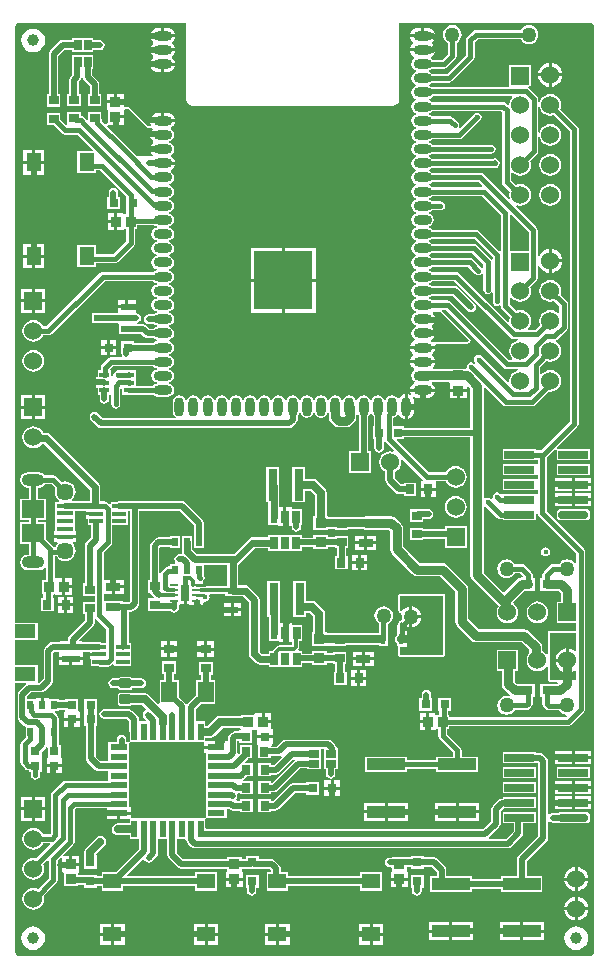
<source format=gtl>
G04*
G04 #@! TF.GenerationSoftware,Altium Limited,Altium Designer,20.1.14 (287)*
G04*
G04 Layer_Physical_Order=1*
G04 Layer_Color=255*
%FSLAX44Y44*%
%MOMM*%
G71*
G04*
G04 #@! TF.SameCoordinates,978DA6D5-38BD-4FD5-9912-D6258095FBE2*
G04*
G04*
G04 #@! TF.FilePolarity,Positive*
G04*
G01*
G75*
%ADD16C,0.2500*%
%ADD18R,1.3000X0.7000*%
%ADD19R,1.3462X0.4064*%
%ADD21R,2.5400X0.6350*%
G04:AMPARAMS|DCode=22|XSize=2.54mm|YSize=0.635mm|CornerRadius=0.1588mm|HoleSize=0mm|Usage=FLASHONLY|Rotation=180.000|XOffset=0mm|YOffset=0mm|HoleType=Round|Shape=RoundedRectangle|*
%AMROUNDEDRECTD22*
21,1,2.5400,0.3175,0,0,180.0*
21,1,2.2225,0.6350,0,0,180.0*
1,1,0.3175,-1.1113,0.1588*
1,1,0.3175,1.1113,0.1588*
1,1,0.3175,1.1113,-0.1588*
1,1,0.3175,-1.1113,-0.1588*
%
%ADD22ROUNDEDRECTD22*%
%ADD23R,1.5494X1.2954*%
G04:AMPARAMS|DCode=24|XSize=1.6mm|YSize=0.8mm|CornerRadius=0.4mm|HoleSize=0mm|Usage=FLASHONLY|Rotation=0.000|XOffset=0mm|YOffset=0mm|HoleType=Round|Shape=RoundedRectangle|*
%AMROUNDEDRECTD24*
21,1,1.6000,0.0000,0,0,0.0*
21,1,0.8000,0.8000,0,0,0.0*
1,1,0.8000,0.4000,0.0000*
1,1,0.8000,-0.4000,0.0000*
1,1,0.8000,-0.4000,0.0000*
1,1,0.8000,0.4000,0.0000*
%
%ADD24ROUNDEDRECTD24*%
G04:AMPARAMS|DCode=25|XSize=0.8mm|YSize=1.6mm|CornerRadius=0.4mm|HoleSize=0mm|Usage=FLASHONLY|Rotation=0.000|XOffset=0mm|YOffset=0mm|HoleType=Round|Shape=RoundedRectangle|*
%AMROUNDEDRECTD25*
21,1,0.8000,0.8000,0,0,0.0*
21,1,0.0000,1.6000,0,0,0.0*
1,1,0.8000,0.0000,-0.4000*
1,1,0.8000,0.0000,-0.4000*
1,1,0.8000,0.0000,0.4000*
1,1,0.8000,0.0000,0.4000*
%
%ADD25ROUNDEDRECTD25*%
%ADD27R,0.8128X0.9144*%
%ADD28R,0.9144X0.8128*%
%ADD29R,0.9000X0.8000*%
%ADD30R,0.9652X0.8636*%
%ADD31R,0.9500X0.5500*%
%ADD32R,0.6500X0.8500*%
%ADD34R,0.8500X0.6500*%
G04:AMPARAMS|DCode=35|XSize=0.95mm|YSize=0.8mm|CornerRadius=0.08mm|HoleSize=0mm|Usage=FLASHONLY|Rotation=0.000|XOffset=0mm|YOffset=0mm|HoleType=Round|Shape=RoundedRectangle|*
%AMROUNDEDRECTD35*
21,1,0.9500,0.6400,0,0,0.0*
21,1,0.7900,0.8000,0,0,0.0*
1,1,0.1600,0.3950,-0.3200*
1,1,0.1600,-0.3950,-0.3200*
1,1,0.1600,-0.3950,0.3200*
1,1,0.1600,0.3950,0.3200*
%
%ADD35ROUNDEDRECTD35*%
G04:AMPARAMS|DCode=36|XSize=0.95mm|YSize=0.8mm|CornerRadius=0.1mm|HoleSize=0mm|Usage=FLASHONLY|Rotation=0.000|XOffset=0mm|YOffset=0mm|HoleType=Round|Shape=RoundedRectangle|*
%AMROUNDEDRECTD36*
21,1,0.9500,0.6000,0,0,0.0*
21,1,0.7500,0.8000,0,0,0.0*
1,1,0.2000,0.3750,-0.3000*
1,1,0.2000,-0.3750,-0.3000*
1,1,0.2000,-0.3750,0.3000*
1,1,0.2000,0.3750,0.3000*
%
%ADD36ROUNDEDRECTD36*%
%ADD37R,1.5500X0.6000*%
%ADD38R,1.8000X1.2000*%
%ADD39R,0.8000X2.7000*%
%ADD40R,1.0668X0.5588*%
%ADD41R,0.5080X0.6990*%
%ADD42R,1.1684X0.3556*%
%ADD43R,0.7620X0.8128*%
%ADD44R,0.8000X0.8000*%
%ADD45R,0.8128X0.7620*%
%ADD46R,0.8000X0.8000*%
%ADD47R,0.4500X0.8500*%
%ADD48R,3.2000X1.0000*%
%ADD49R,1.2954X1.5494*%
%ADD50R,1.4732X0.5080*%
%ADD51R,0.5080X1.4732*%
%ADD52R,0.6500X1.0600*%
%ADD53R,0.6000X1.0600*%
%ADD55R,0.7000X0.2500*%
%ADD56R,1.3208X1.7018*%
%ADD57R,0.8500X0.4500*%
%ADD104R,1.9050X1.4986*%
%ADD105C,1.0000*%
%ADD106R,5.0000X5.0000*%
%ADD107C,1.2700*%
%ADD108R,0.6400X1.3700*%
%ADD109C,0.5000*%
%ADD110C,0.4500*%
%ADD111C,0.7000*%
%ADD112C,0.3600*%
%ADD113C,0.8000*%
%ADD114C,0.3000*%
%ADD115C,0.6000*%
%ADD116C,0.3500*%
%ADD117C,1.4500*%
%ADD118O,1.9050X0.9910*%
%ADD119R,1.5240X1.5240*%
%ADD120C,1.5240*%
%ADD121R,1.5240X1.5240*%
%ADD122C,0.4500*%
G36*
X8000Y794902D02*
X149742Y794902D01*
Y730000D01*
X150130Y728049D01*
X151235Y726395D01*
X152889Y725290D01*
X154840Y724902D01*
X324840D01*
X326791Y725290D01*
X328445Y726395D01*
Y726395D01*
X329550Y728049D01*
X329938Y730000D01*
Y794902D01*
X492000Y794902D01*
X492286D01*
X492847Y794791D01*
X493375Y794572D01*
X493850Y794254D01*
X494254Y793850D01*
X494572Y793375D01*
X494791Y792847D01*
X494902Y792286D01*
X494902Y792001D01*
X494902Y792000D01*
X494902Y792000D01*
X494902Y8000D01*
X494902Y7714D01*
X494791Y7153D01*
X494572Y6625D01*
X494254Y6150D01*
X493850Y5746D01*
X493375Y5428D01*
X492846Y5209D01*
X492286Y5098D01*
X8000D01*
X8000Y5098D01*
X8000Y5098D01*
X7714D01*
X7153Y5209D01*
X6625Y5428D01*
X6150Y5746D01*
X5746Y6150D01*
X5428Y6625D01*
X5209Y7153D01*
X5098Y7714D01*
X5098Y8000D01*
X5098Y8000D01*
X5098Y8000D01*
Y236120D01*
X13680D01*
X14077Y234995D01*
X14082Y234850D01*
X8116Y228884D01*
X7232Y227561D01*
X6922Y226000D01*
X6922Y226000D01*
Y207000D01*
X6922Y207000D01*
X7232Y205439D01*
X8116Y204116D01*
X12581Y199652D01*
X12581Y199652D01*
X13800Y198837D01*
Y190207D01*
X10296Y186704D01*
X9468Y185463D01*
X9177Y184000D01*
Y168929D01*
X9468Y167466D01*
X10296Y166225D01*
X13225Y163296D01*
X14466Y162468D01*
X15929Y162177D01*
X16500D01*
Y160424D01*
X18177D01*
Y158000D01*
X18468Y156537D01*
X19296Y155296D01*
X20537Y154468D01*
X22000Y154177D01*
X23463Y154468D01*
X24704Y155296D01*
X25532Y156537D01*
X25823Y158000D01*
Y160424D01*
X27500D01*
Y171423D01*
X27500D01*
Y172500D01*
X27500D01*
Y177732D01*
X30784Y181016D01*
X30784Y181016D01*
X31230Y181684D01*
X32500Y181299D01*
X32500Y173019D01*
X31460Y172464D01*
X31460Y171945D01*
X31460Y171945D01*
Y167194D01*
X38000D01*
X44540D01*
Y171945D01*
X44540Y171945D01*
X44540Y172463D01*
X43500Y173019D01*
X43500Y173734D01*
Y183500D01*
X41844D01*
Y189115D01*
X42080D01*
Y199105D01*
X41823D01*
Y206071D01*
X41532Y207534D01*
X40704Y208775D01*
X38373Y211105D01*
X38899Y212375D01*
X42080D01*
Y213228D01*
X46562D01*
X46692Y213098D01*
X46685Y211740D01*
X46420Y211599D01*
X46420Y211251D01*
X46420D01*
Y206329D01*
X52960D01*
X59500D01*
Y211251D01*
X59500Y211251D01*
Y211599D01*
X58460Y212154D01*
X58460Y212869D01*
Y222806D01*
X47460D01*
Y221385D01*
X42080D01*
Y222365D01*
X34000D01*
X33020Y223065D01*
Y223405D01*
X29210D01*
Y217370D01*
X26670D01*
Y223405D01*
X22860D01*
Y223065D01*
X21880Y222365D01*
X15078D01*
Y224311D01*
X18689Y227922D01*
X27000D01*
X27000Y227922D01*
X28561Y228232D01*
X29884Y229116D01*
X35884Y235116D01*
X36768Y236439D01*
X37078Y238000D01*
X37078Y238000D01*
Y245098D01*
Y261382D01*
X38238Y262542D01*
X40668D01*
X41780Y262160D01*
Y257890D01*
X52070D01*
X62360D01*
Y261632D01*
D01*
Y262160D01*
X63451Y262592D01*
X67909D01*
Y261490D01*
X76291D01*
Y258950D01*
X67909D01*
Y255902D01*
X68949D01*
Y250442D01*
X74502D01*
X74850Y250210D01*
X76313Y249919D01*
X83742D01*
X85205Y250210D01*
X86446Y251038D01*
X87334Y251926D01*
X88507Y251441D01*
Y250442D01*
X103191D01*
Y256942D01*
Y263442D01*
Y269998D01*
X101078D01*
Y296266D01*
X103071D01*
X103071Y296266D01*
X104632Y296576D01*
X105955Y297460D01*
X108884Y300389D01*
X108884Y300389D01*
X109768Y301712D01*
X110078Y303273D01*
Y381872D01*
X144361D01*
X156402Y369831D01*
Y355220D01*
X156440Y355027D01*
Y350225D01*
X164520D01*
Y355027D01*
X164558Y355220D01*
Y371520D01*
X164558Y371520D01*
X164248Y373081D01*
X163364Y374404D01*
X148934Y388834D01*
X147611Y389718D01*
X146050Y390028D01*
X146050Y390028D01*
X105000D01*
X105000Y390028D01*
X105000Y390028D01*
X93172D01*
X91611Y389718D01*
X90878Y389228D01*
X85829D01*
Y387757D01*
X84656Y387270D01*
X83273Y388654D01*
X82033Y389482D01*
X80569Y389773D01*
X77015D01*
Y401573D01*
X76666Y403329D01*
X75671Y404818D01*
X34077Y446411D01*
X32589Y447406D01*
X30833Y447755D01*
X28608D01*
X28220Y448691D01*
X26758Y450597D01*
X24853Y452058D01*
X22635Y452977D01*
X20254Y453291D01*
X17873Y452977D01*
X15655Y452058D01*
X13750Y450597D01*
X12288Y448691D01*
X11369Y446473D01*
X11055Y444092D01*
X11369Y441711D01*
X12288Y439493D01*
X13750Y437588D01*
X15655Y436126D01*
X17873Y435207D01*
X20254Y434893D01*
X22635Y435207D01*
X24853Y436126D01*
X26758Y437588D01*
X27519Y438579D01*
X28933D01*
X67838Y399673D01*
Y390063D01*
X53421D01*
X52990Y391333D01*
X53526Y391744D01*
X54928Y393572D01*
X55810Y395701D01*
X56111Y397985D01*
X55810Y400269D01*
X54928Y402398D01*
X53526Y404226D01*
X51698Y405628D01*
X49569Y406510D01*
X47285Y406810D01*
X45001Y406510D01*
X44412Y406266D01*
X39989Y410689D01*
X38748Y411517D01*
X37285Y411808D01*
X30064D01*
X29509Y412639D01*
X27374Y414066D01*
X24855Y414566D01*
X15715D01*
X13196Y414066D01*
X11061Y412639D01*
X9635Y410504D01*
X9133Y407985D01*
X9635Y405466D01*
X11061Y403331D01*
X13196Y401905D01*
X15715Y401404D01*
X16461D01*
Y391978D01*
X9260D01*
Y373992D01*
X16461D01*
Y371978D01*
X9260D01*
Y353992D01*
X16461D01*
Y344566D01*
X15715D01*
X13196Y344066D01*
X11061Y342639D01*
X9635Y340504D01*
X9133Y337985D01*
X9635Y335466D01*
X11061Y333331D01*
X13196Y331904D01*
X15715Y331404D01*
X24855D01*
X27374Y331904D01*
X29442Y333287D01*
X30130Y333143D01*
X30712Y332966D01*
Y323572D01*
X27662D01*
Y311428D01*
X28853D01*
Y307652D01*
X26816D01*
Y296523D01*
X37436D01*
Y307652D01*
X36500D01*
Y310530D01*
X37397Y311428D01*
X38790Y311428D01*
X39576Y310484D01*
Y310388D01*
X44910D01*
Y317500D01*
Y324612D01*
X39629D01*
X39577Y324612D01*
X39576D01*
D01*
D01*
X38359Y324741D01*
Y343177D01*
X39945D01*
X41044Y341744D01*
X42872Y340342D01*
X45001Y339460D01*
X47285Y339160D01*
X49569Y339460D01*
X51698Y340342D01*
X53526Y341744D01*
X54928Y343572D01*
X55810Y345701D01*
X56111Y347985D01*
X55810Y350269D01*
X54928Y352398D01*
X53589Y354143D01*
X53690Y354711D01*
X53929Y355413D01*
X56306D01*
Y358715D01*
X47035D01*
X37764D01*
Y355413D01*
X40641D01*
X40880Y354711D01*
X40981Y354143D01*
X39642Y352398D01*
X39209Y351352D01*
X39096Y351312D01*
X37820Y351319D01*
X37239Y352188D01*
X31310Y358117D01*
Y371978D01*
X24108D01*
Y373992D01*
X31310D01*
Y391978D01*
X24108D01*
Y401404D01*
X24855D01*
X27374Y401905D01*
X29509Y403331D01*
X30064Y404162D01*
X35701D01*
X39004Y400858D01*
X38760Y400269D01*
X38459Y397985D01*
X38760Y395701D01*
X39642Y393572D01*
X41044Y391744D01*
X42292Y390787D01*
X41861Y389517D01*
X38804D01*
Y382453D01*
Y375953D01*
Y364557D01*
X37764D01*
Y361255D01*
X47035D01*
X56306D01*
Y364557D01*
X55266D01*
Y369453D01*
Y381907D01*
X65231D01*
Y380720D01*
X73614D01*
Y378180D01*
X65231D01*
Y375132D01*
X66272D01*
Y369672D01*
X68922D01*
Y358689D01*
X65156Y354924D01*
X64272Y353601D01*
X63962Y352040D01*
X63962Y352040D01*
Y320397D01*
X62476D01*
Y309777D01*
X72113D01*
Y304903D01*
X62476D01*
Y294283D01*
X63962D01*
Y288729D01*
X50744Y275512D01*
X49860Y274189D01*
X49549Y272628D01*
X49549Y272628D01*
Y271120D01*
X42820D01*
Y270698D01*
X36549D01*
X36549Y270698D01*
X34988Y270388D01*
X33665Y269504D01*
X33665Y269504D01*
X30116Y265955D01*
X29232Y264632D01*
X28922Y263071D01*
X28922Y263071D01*
Y239689D01*
X25311Y236078D01*
X25073D01*
X23820Y236120D01*
X23820Y237348D01*
Y251120D01*
X5098D01*
Y272120D01*
X23820D01*
Y287120D01*
X5098D01*
X5098Y792000D01*
X5098Y792000D01*
X5098Y792001D01*
X5098Y792286D01*
X5209Y792847D01*
X5428Y793375D01*
X5746Y793850D01*
X6150Y794254D01*
X6625Y794572D01*
X7153Y794791D01*
X7714Y794902D01*
X7999Y794902D01*
X8000Y794902D01*
X8000Y794902D01*
D02*
G37*
G36*
X101922Y304963D02*
X101382Y304423D01*
X96000D01*
Y305500D01*
X80000D01*
X79760Y306670D01*
Y306821D01*
Y311460D01*
X86730D01*
Y317500D01*
Y323540D01*
X79760D01*
Y337120D01*
Y346353D01*
X85909Y352502D01*
X86738Y353742D01*
X87029Y355205D01*
Y369672D01*
X100513D01*
Y381872D01*
X101922D01*
Y304963D01*
D02*
G37*
G36*
X82177Y281690D02*
Y269998D01*
X78585D01*
X77852Y270488D01*
X76291Y270798D01*
X76039Y270748D01*
X61320D01*
Y271120D01*
X59547D01*
X59061Y272293D01*
X70924Y284156D01*
X71808Y285479D01*
X72118Y287040D01*
X72118Y287040D01*
Y290016D01*
X72755Y290369D01*
X73388Y290479D01*
X82177Y281690D01*
D02*
G37*
%LPC*%
G36*
X353840Y790596D02*
X351110D01*
Y785270D01*
X360269D01*
X360212Y785707D01*
X359553Y787298D01*
X358504Y788664D01*
X357138Y789713D01*
X355547Y790372D01*
X353840Y790596D01*
D02*
G37*
G36*
X348570D02*
X345840D01*
X344133Y790372D01*
X342542Y789713D01*
X341176Y788664D01*
X340127Y787298D01*
X339468Y785707D01*
X339411Y785270D01*
X348570D01*
Y790596D01*
D02*
G37*
G36*
X133840D02*
X131110D01*
Y785270D01*
X140269D01*
X140212Y785707D01*
X139553Y787298D01*
X138504Y788664D01*
X137138Y789713D01*
X135547Y790372D01*
X133840Y790596D01*
D02*
G37*
G36*
X128570D02*
X125840D01*
X124133Y790372D01*
X122542Y789713D01*
X121176Y788664D01*
X120127Y787298D01*
X119468Y785707D01*
X119411Y785270D01*
X128570D01*
Y790596D01*
D02*
G37*
G36*
X71000Y782000D02*
X53000D01*
Y780328D01*
X45250D01*
X45250Y780328D01*
X43689Y780018D01*
X42366Y779134D01*
X34466Y771233D01*
X33582Y769910D01*
X33271Y768350D01*
X33271Y768350D01*
Y734470D01*
X31786D01*
Y723850D01*
X42914D01*
Y734470D01*
X41428D01*
Y766660D01*
X46939Y772172D01*
X53000D01*
Y770500D01*
X71000D01*
Y771922D01*
X76569D01*
X78129Y772232D01*
X79452Y773116D01*
X80337Y774439D01*
X80647Y776000D01*
X80337Y777561D01*
X79452Y778884D01*
X78129Y779768D01*
X76569Y780078D01*
X71000D01*
Y782000D01*
D02*
G37*
G36*
X360269Y782730D02*
X339411D01*
X339468Y782293D01*
X340127Y780702D01*
X341176Y779336D01*
X341923Y778762D01*
Y777238D01*
X341176Y776664D01*
X340127Y775298D01*
X339468Y773707D01*
X339411Y773270D01*
X360269D01*
X360212Y773707D01*
X359553Y775298D01*
X358504Y776664D01*
X357757Y777238D01*
Y778762D01*
X358504Y779336D01*
X359553Y780702D01*
X360212Y782293D01*
X360269Y782730D01*
D02*
G37*
G36*
X140269D02*
X119411D01*
X119468Y782293D01*
X120127Y780702D01*
X121176Y779336D01*
X121924Y778762D01*
Y777238D01*
X121176Y776664D01*
X120127Y775298D01*
X119468Y773707D01*
X119411Y773270D01*
X140269D01*
X140212Y773707D01*
X139553Y775298D01*
X138504Y776664D01*
X137757Y777238D01*
Y778762D01*
X138504Y779336D01*
X139553Y780702D01*
X140212Y782293D01*
X140269Y782730D01*
D02*
G37*
G36*
X20000Y790086D02*
X17390Y789743D01*
X14957Y788735D01*
X12868Y787132D01*
X11265Y785043D01*
X10257Y782610D01*
X9914Y780000D01*
X10257Y777390D01*
X11265Y774957D01*
X12868Y772868D01*
X14957Y771265D01*
X17390Y770257D01*
X20000Y769914D01*
X22610Y770257D01*
X25043Y771265D01*
X27132Y772868D01*
X28735Y774957D01*
X29743Y777390D01*
X30086Y780000D01*
X29743Y782610D01*
X28735Y785043D01*
X27132Y787132D01*
X25043Y788735D01*
X22610Y789743D01*
X20000Y790086D01*
D02*
G37*
G36*
X140269Y770730D02*
X119411D01*
X119468Y770293D01*
X120127Y768702D01*
X121176Y767336D01*
X121924Y766762D01*
Y765238D01*
X121176Y764664D01*
X120127Y763298D01*
X119468Y761707D01*
X119411Y761270D01*
X140269D01*
X140212Y761707D01*
X139553Y763298D01*
X138504Y764664D01*
X137757Y765238D01*
Y766762D01*
X138504Y767336D01*
X139553Y768702D01*
X140212Y770293D01*
X140269Y770730D01*
D02*
G37*
G36*
Y758730D02*
X131110D01*
Y753404D01*
X133840D01*
X135547Y753628D01*
X137138Y754287D01*
X138504Y755336D01*
X139553Y756702D01*
X140212Y758293D01*
X140269Y758730D01*
D02*
G37*
G36*
X128570D02*
X119411D01*
X119468Y758293D01*
X120127Y756702D01*
X121176Y755336D01*
X122542Y754287D01*
X124133Y753628D01*
X125840Y753404D01*
X128570D01*
Y758730D01*
D02*
G37*
G36*
X459097Y760881D02*
Y752070D01*
X467907D01*
X467725Y753452D01*
X466702Y755924D01*
X465073Y758046D01*
X462951Y759675D01*
X460479Y760698D01*
X459097Y760881D01*
D02*
G37*
G36*
X456557Y760881D02*
X455175Y760698D01*
X452703Y759675D01*
X450581Y758046D01*
X448952Y755924D01*
X447929Y753452D01*
X447747Y752070D01*
X456557D01*
Y760881D01*
D02*
G37*
G36*
X440000Y792918D02*
X437951Y792648D01*
X436041Y791857D01*
X434401Y790599D01*
X433143Y788959D01*
X433087Y788823D01*
X395000D01*
X393537Y788532D01*
X392296Y787704D01*
X387296Y782704D01*
X386468Y781463D01*
X386177Y780000D01*
Y767584D01*
X370416Y751824D01*
X357900D01*
X357805Y751965D01*
X355986Y753181D01*
X355123Y753353D01*
Y754648D01*
X355986Y754819D01*
X357805Y756035D01*
X357900Y756177D01*
X368000D01*
X369463Y756468D01*
X370704Y757296D01*
X377704Y764296D01*
X378532Y765537D01*
X378823Y767000D01*
Y778087D01*
X378959Y778143D01*
X380599Y779401D01*
X381857Y781041D01*
X382648Y782951D01*
X382918Y785000D01*
X382648Y787049D01*
X381857Y788959D01*
X380599Y790599D01*
X378959Y791857D01*
X377049Y792648D01*
X375000Y792918D01*
X372951Y792648D01*
X371041Y791857D01*
X369401Y790599D01*
X368143Y788959D01*
X367352Y787049D01*
X367082Y785000D01*
X367352Y782951D01*
X368143Y781041D01*
X369401Y779401D01*
X371041Y778143D01*
X371177Y778087D01*
Y768584D01*
X366416Y763823D01*
X357900D01*
X357805Y763965D01*
X356675Y764721D01*
X356816Y766154D01*
X357138Y766287D01*
X358504Y767336D01*
X359553Y768702D01*
X360212Y770293D01*
X360269Y770730D01*
X339411D01*
X339468Y770293D01*
X340127Y768702D01*
X341176Y767336D01*
X342542Y766287D01*
X342864Y766154D01*
X343005Y764721D01*
X341875Y763965D01*
X340659Y762146D01*
X340232Y760000D01*
X340659Y757854D01*
X341875Y756035D01*
X343694Y754819D01*
X344557Y754648D01*
Y753353D01*
X343694Y753181D01*
X341875Y751965D01*
X340659Y750146D01*
X340232Y748000D01*
X340659Y745854D01*
X341875Y744035D01*
X343694Y742819D01*
X344557Y742647D01*
Y741353D01*
X343694Y741181D01*
X341875Y739965D01*
X340659Y738146D01*
X340232Y736000D01*
X340659Y733854D01*
X341875Y732035D01*
X343694Y730819D01*
X344557Y730647D01*
Y729353D01*
X343694Y729181D01*
X341875Y727965D01*
X340659Y726146D01*
X340232Y724000D01*
X340659Y721854D01*
X341875Y720035D01*
X343694Y718819D01*
X344557Y718647D01*
Y717353D01*
X343694Y717181D01*
X341875Y715965D01*
X340659Y714146D01*
X340232Y712000D01*
X340659Y709854D01*
X341875Y708035D01*
X343694Y706819D01*
X344557Y706647D01*
Y705353D01*
X343694Y705181D01*
X341875Y703965D01*
X340659Y702146D01*
X340232Y700000D01*
X340659Y697854D01*
X341875Y696035D01*
X343694Y694819D01*
X344557Y694647D01*
Y693353D01*
X343694Y693181D01*
X341875Y691965D01*
X340659Y690146D01*
X340232Y688000D01*
X340659Y685854D01*
X341875Y684035D01*
X343694Y682819D01*
X344557Y682647D01*
Y681353D01*
X343694Y681181D01*
X341875Y679965D01*
X340659Y678146D01*
X340232Y676000D01*
X340659Y673854D01*
X341875Y672035D01*
X343694Y670819D01*
X344557Y670648D01*
Y669353D01*
X343694Y669181D01*
X341875Y667965D01*
X340659Y666146D01*
X340232Y664000D01*
X340659Y661854D01*
X341875Y660035D01*
X343694Y658819D01*
X344557Y658647D01*
Y657353D01*
X343694Y657181D01*
X341875Y655965D01*
X340659Y654146D01*
X340232Y652000D01*
X340659Y649854D01*
X341875Y648035D01*
X343694Y646819D01*
X344557Y646647D01*
Y645353D01*
X343694Y645181D01*
X341875Y643965D01*
X340659Y642146D01*
X340232Y640000D01*
X340659Y637854D01*
X341875Y636035D01*
X343694Y634819D01*
X344557Y634647D01*
Y633353D01*
X343694Y633181D01*
X341875Y631965D01*
X340659Y630146D01*
X340232Y628000D01*
X340659Y625854D01*
X341875Y624035D01*
X343694Y622819D01*
X344557Y622647D01*
Y621353D01*
X343694Y621181D01*
X341875Y619965D01*
X340659Y618146D01*
X340232Y616000D01*
X340659Y613854D01*
X341875Y612035D01*
X343694Y610819D01*
X344557Y610647D01*
Y609353D01*
X343694Y609181D01*
X341875Y607965D01*
X340659Y606146D01*
X340232Y604000D01*
X340659Y601854D01*
X341875Y600035D01*
X343694Y598819D01*
X344557Y598647D01*
Y597353D01*
X343694Y597181D01*
X341875Y595965D01*
X340659Y594146D01*
X340232Y592000D01*
X340659Y589854D01*
X341875Y588035D01*
X343694Y586819D01*
X344557Y586647D01*
Y585353D01*
X343694Y585181D01*
X341875Y583965D01*
X340659Y582146D01*
X340232Y580000D01*
X340659Y577854D01*
X341875Y576035D01*
X343694Y574819D01*
X344557Y574647D01*
Y573353D01*
X343694Y573181D01*
X341875Y571965D01*
X340659Y570146D01*
X340232Y568000D01*
X340659Y565854D01*
X341875Y564035D01*
X343694Y562819D01*
X344557Y562647D01*
Y561353D01*
X343694Y561181D01*
X341875Y559965D01*
X340659Y558146D01*
X340232Y556000D01*
X340659Y553854D01*
X341875Y552035D01*
X343694Y550819D01*
X344557Y550647D01*
Y549353D01*
X343694Y549181D01*
X341875Y547965D01*
X340659Y546146D01*
X340232Y544000D01*
X340659Y541854D01*
X341875Y540035D01*
X343694Y538819D01*
X344557Y538647D01*
Y537353D01*
X343694Y537181D01*
X341875Y535965D01*
X340659Y534146D01*
X340232Y532000D01*
X340659Y529854D01*
X341875Y528035D01*
X343005Y527279D01*
X342864Y525846D01*
X342542Y525713D01*
X341176Y524664D01*
X340127Y523298D01*
X339468Y521707D01*
X339411Y521270D01*
X360269D01*
X360212Y521707D01*
X360046Y522106D01*
X360895Y523376D01*
X388341Y523376D01*
X388639Y523500D01*
X388962D01*
X389190Y523728D01*
X389489Y523852D01*
X389612Y524150D01*
X389841Y524379D01*
X390327Y525552D01*
Y525875D01*
X390450Y526173D01*
X390327Y526472D01*
Y526795D01*
X390098Y527023D01*
X389975Y527321D01*
X366390Y550907D01*
X366694Y552038D01*
X366779Y552177D01*
X369463D01*
X418613Y503026D01*
X419853Y502198D01*
X421316Y501907D01*
X430353D01*
X430436Y500637D01*
X430046Y500585D01*
X427828Y499666D01*
X425923Y498204D01*
X424461Y496299D01*
X423542Y494081D01*
X423228Y491700D01*
X423334Y490896D01*
X422131Y490303D01*
X399954Y512481D01*
X398713Y513309D01*
X397250Y513600D01*
X395787Y513309D01*
X394546Y512481D01*
X393718Y511240D01*
X393427Y509777D01*
X393718Y508314D01*
X394400Y507293D01*
X393484Y506377D01*
X392463Y507059D01*
X391000Y507350D01*
X389537Y507059D01*
X388296Y506231D01*
X387468Y504990D01*
X387177Y503527D01*
X387230Y503259D01*
X386962Y502943D01*
X386072Y502041D01*
X380220D01*
X380000Y502085D01*
X379492D01*
X379272Y502041D01*
X373928D01*
Y501961D01*
X358799D01*
X358368Y503231D01*
X358504Y503336D01*
X359553Y504702D01*
X360212Y506293D01*
X360269Y506730D01*
X339411D01*
X339468Y506293D01*
X340127Y504702D01*
X341176Y503336D01*
X342542Y502287D01*
X342864Y502154D01*
X343005Y500721D01*
X341875Y499965D01*
X340659Y498146D01*
X340232Y496000D01*
X340659Y493854D01*
X341875Y492035D01*
X343005Y491279D01*
X342864Y489846D01*
X342542Y489713D01*
X341176Y488664D01*
X340127Y487298D01*
X339468Y485707D01*
X339411Y485270D01*
X360269D01*
X360212Y485707D01*
X359553Y487298D01*
X358504Y488664D01*
X357448Y489475D01*
X357819Y490745D01*
X371874D01*
X372888Y490127D01*
Y484793D01*
X380000D01*
X387112D01*
Y486865D01*
X388285Y487351D01*
X390392Y485244D01*
Y452078D01*
X334500D01*
Y453500D01*
X325073D01*
Y460638D01*
X325986Y460819D01*
X327805Y462035D01*
X328561Y463165D01*
X329994Y463024D01*
X330127Y462702D01*
X331176Y461336D01*
X332542Y460287D01*
X334133Y459628D01*
X334570Y459571D01*
Y470000D01*
Y480429D01*
X334133Y480372D01*
X332542Y479713D01*
X331176Y478664D01*
X330127Y477298D01*
X329994Y476976D01*
X328561Y476835D01*
X327805Y477965D01*
X325986Y479181D01*
X323840Y479608D01*
X321694Y479181D01*
X319875Y477965D01*
X318659Y476146D01*
X318487Y475283D01*
X317193D01*
X317021Y476146D01*
X315805Y477965D01*
X313986Y479181D01*
X311840Y479608D01*
X309694Y479181D01*
X307875Y477965D01*
X306659Y476146D01*
X306487Y475283D01*
X305193D01*
X305021Y476146D01*
X303805Y477965D01*
X301986Y479181D01*
X299840Y479608D01*
X297694Y479181D01*
X295875Y477965D01*
X294659Y476146D01*
X294487Y475283D01*
X293193D01*
X293021Y476146D01*
X291805Y477965D01*
X289986Y479181D01*
X287840Y479608D01*
X285694Y479181D01*
X283875Y477965D01*
X282659Y476146D01*
X282487Y475283D01*
X281193D01*
X281021Y476146D01*
X279805Y477965D01*
X277986Y479181D01*
X275840Y479608D01*
X273694Y479181D01*
X271875Y477965D01*
X270659Y476146D01*
X270487Y475283D01*
X269193D01*
X269021Y476146D01*
X267805Y477965D01*
X265986Y479181D01*
X263840Y479608D01*
X261694Y479181D01*
X259875Y477965D01*
X258659Y476146D01*
X258487Y475283D01*
X257193D01*
X257021Y476146D01*
X255805Y477965D01*
X253986Y479181D01*
X251840Y479608D01*
X249694Y479181D01*
X247875Y477965D01*
X246659Y476146D01*
X246487Y475283D01*
X245193D01*
X245021Y476146D01*
X243805Y477965D01*
X241986Y479181D01*
X239840Y479608D01*
X237694Y479181D01*
X235875Y477965D01*
X234659Y476146D01*
X234487Y475283D01*
X233193D01*
X233021Y476146D01*
X231805Y477965D01*
X229986Y479181D01*
X227840Y479608D01*
X225694Y479181D01*
X223875Y477965D01*
X222659Y476146D01*
X222487Y475283D01*
X221193D01*
X221021Y476146D01*
X219805Y477965D01*
X217986Y479181D01*
X215840Y479608D01*
X213694Y479181D01*
X211875Y477965D01*
X210659Y476146D01*
X210487Y475283D01*
X209193D01*
X209021Y476146D01*
X207805Y477965D01*
X205986Y479181D01*
X203840Y479608D01*
X201694Y479181D01*
X199875Y477965D01*
X198659Y476146D01*
X198487Y475283D01*
X197193D01*
X197021Y476146D01*
X195805Y477965D01*
X193986Y479181D01*
X191840Y479608D01*
X189694Y479181D01*
X187875Y477965D01*
X186659Y476146D01*
X186487Y475283D01*
X185193D01*
X185021Y476146D01*
X183805Y477965D01*
X181986Y479181D01*
X179840Y479608D01*
X177694Y479181D01*
X175875Y477965D01*
X174659Y476146D01*
X174487Y475283D01*
X173193D01*
X173021Y476146D01*
X171805Y477965D01*
X169986Y479181D01*
X167840Y479608D01*
X165694Y479181D01*
X163875Y477965D01*
X162659Y476146D01*
X162487Y475283D01*
X161193D01*
X161021Y476146D01*
X159805Y477965D01*
X157986Y479181D01*
X155840Y479608D01*
X153694Y479181D01*
X151875Y477965D01*
X150659Y476146D01*
X150487Y475283D01*
X149193D01*
X149021Y476146D01*
X147805Y477965D01*
X145986Y479181D01*
X143840Y479608D01*
X141694Y479181D01*
X139875Y477965D01*
X138659Y476146D01*
X138232Y474000D01*
Y466000D01*
X138659Y463854D01*
X139875Y462035D01*
X140902Y461348D01*
X140517Y460078D01*
X79089D01*
X74884Y464284D01*
X73561Y465168D01*
X72000Y465478D01*
X70440Y465168D01*
X69116Y464284D01*
X68232Y462961D01*
X67922Y461400D01*
X68232Y459839D01*
X69116Y458516D01*
X74516Y453116D01*
X75839Y452232D01*
X77400Y451922D01*
X77400Y451922D01*
X237000D01*
X237000Y451922D01*
X238561Y452232D01*
X239884Y453116D01*
X242884Y456116D01*
X242884Y456116D01*
X243768Y457439D01*
X244078Y459000D01*
X244078Y459000D01*
Y462443D01*
X245021Y463854D01*
X245193Y464717D01*
X246487D01*
X246659Y463854D01*
X247875Y462035D01*
X249694Y460819D01*
X251840Y460392D01*
X253986Y460819D01*
X255805Y462035D01*
X257021Y463854D01*
X257193Y464717D01*
X258487D01*
X258659Y463854D01*
X259875Y462035D01*
X261694Y460819D01*
X263840Y460392D01*
X265986Y460819D01*
X267805Y462035D01*
X269021Y463854D01*
X269122Y464364D01*
X270392Y464239D01*
Y461000D01*
X270819Y458854D01*
X272035Y457035D01*
X275035Y454035D01*
X276854Y452819D01*
X279000Y452392D01*
X285000D01*
X287146Y452819D01*
X288965Y454035D01*
X291965Y457035D01*
X293181Y458854D01*
X293608Y461000D01*
Y463142D01*
X294878Y463527D01*
X295762Y462204D01*
Y432120D01*
X287880D01*
Y413880D01*
X306120D01*
Y432120D01*
X303918D01*
Y462204D01*
X305021Y463854D01*
X305193Y464717D01*
X306487D01*
X306659Y463854D01*
X307875Y462035D01*
X308336Y461727D01*
Y453500D01*
X307500D01*
Y442500D01*
X308922D01*
Y435000D01*
X309232Y433439D01*
X310116Y432116D01*
X311439Y431232D01*
X313000Y430922D01*
X314561Y431232D01*
X315884Y432116D01*
X316768Y433439D01*
X317078Y435000D01*
Y439654D01*
X318348Y440039D01*
X318546Y439743D01*
X325231Y433059D01*
X324956Y432343D01*
X324582Y431911D01*
X322400Y432199D01*
X320019Y431885D01*
X317801Y430966D01*
X315896Y429504D01*
X314434Y427599D01*
X313515Y425381D01*
X313201Y423000D01*
X313515Y420619D01*
X314434Y418401D01*
X315896Y416496D01*
X317801Y415034D01*
X318322Y414818D01*
Y407600D01*
X318322Y407600D01*
X318632Y406039D01*
X319516Y404716D01*
X327116Y397116D01*
X328439Y396232D01*
X330000Y395922D01*
X330000Y395922D01*
X333943D01*
Y394436D01*
X344563D01*
Y405564D01*
X333943D01*
Y404078D01*
X331689D01*
X326478Y409289D01*
Y414818D01*
X326999Y415034D01*
X328904Y416496D01*
X330366Y418401D01*
X331285Y420619D01*
X331599Y423000D01*
X331311Y425182D01*
X331743Y425556D01*
X332459Y425831D01*
X350415Y407874D01*
X350275Y407162D01*
X349942Y406604D01*
X348397D01*
Y401270D01*
X354747D01*
X361097D01*
Y406577D01*
X369712D01*
X370034Y405801D01*
X371496Y403895D01*
X373401Y402434D01*
X375619Y401515D01*
X378000Y401201D01*
X380381Y401515D01*
X382599Y402434D01*
X384505Y403895D01*
X385966Y405801D01*
X386885Y408019D01*
X387199Y410400D01*
X386885Y412781D01*
X385966Y414999D01*
X384505Y416904D01*
X382599Y418366D01*
X380381Y419285D01*
X378000Y419599D01*
X375619Y419285D01*
X373401Y418366D01*
X371496Y416904D01*
X370034Y414999D01*
X369712Y414223D01*
X354880D01*
X327777Y441327D01*
X328263Y442500D01*
X334500D01*
Y443922D01*
X390392D01*
Y327000D01*
X390819Y324854D01*
X392035Y323035D01*
X414142Y300928D01*
X413732Y300394D01*
X412813Y298176D01*
X412500Y295795D01*
X412813Y293414D01*
X413732Y291195D01*
X415194Y289290D01*
X417099Y287828D01*
X419318Y286910D01*
X421699Y286596D01*
X424080Y286910D01*
X426298Y287828D01*
X428203Y289290D01*
X429665Y291195D01*
X430584Y293414D01*
X430897Y295795D01*
X430584Y298176D01*
X429665Y300394D01*
X428203Y302299D01*
X426971Y303245D01*
X426783Y304804D01*
X426824Y304894D01*
X436073Y314143D01*
X439099D01*
X439641Y314251D01*
X444599D01*
Y319209D01*
X444706Y319751D01*
X444599Y320292D01*
Y325251D01*
X442922D01*
Y327501D01*
X442631Y328964D01*
X441802Y330204D01*
X436473Y335534D01*
X435232Y336363D01*
X433769Y336654D01*
X427838D01*
X427782Y336790D01*
X426523Y338429D01*
X424883Y339688D01*
X422974Y340479D01*
X420925Y340748D01*
X418875Y340479D01*
X416966Y339688D01*
X415326Y338429D01*
X414068Y336790D01*
X413277Y334880D01*
X413007Y332831D01*
X413277Y330781D01*
X414068Y328872D01*
X415326Y327232D01*
X416966Y325974D01*
X418875Y325183D01*
X420925Y324913D01*
X422974Y325183D01*
X424883Y325974D01*
X426523Y327232D01*
X427782Y328872D01*
X427838Y329007D01*
X432185D01*
X434564Y326628D01*
X434038Y325359D01*
X433751D01*
X431605Y324932D01*
X429785Y323716D01*
X418500Y312430D01*
X401608Y329323D01*
Y385614D01*
X402878Y386140D01*
X413261Y375756D01*
X414502Y374928D01*
X415965Y374637D01*
X417600D01*
Y373785D01*
X446000D01*
Y379405D01*
X447270Y379530D01*
X447468Y378537D01*
X448296Y377296D01*
X480045Y345547D01*
Y337640D01*
X478775Y337209D01*
X477839Y338429D01*
X476199Y339688D01*
X474289Y340479D01*
X472240Y340748D01*
X470191Y340479D01*
X468281Y339688D01*
X466641Y338429D01*
X465383Y336790D01*
X465327Y336654D01*
X460655D01*
X459192Y336363D01*
X457951Y335534D01*
X452395Y329978D01*
X451566Y328738D01*
X451275Y327275D01*
Y325251D01*
X449599D01*
Y320292D01*
X449491Y319751D01*
X449599Y319209D01*
Y314251D01*
X454557D01*
X455099Y314143D01*
X464980D01*
X466891Y312232D01*
Y304915D01*
X463379D01*
Y286675D01*
X480045D01*
Y280238D01*
X457439Y280238D01*
X456291Y279763D01*
X455815Y278615D01*
Y260863D01*
X454545Y260432D01*
X453603Y261659D01*
X451698Y263121D01*
X451294Y263288D01*
Y266314D01*
X450867Y268460D01*
X449651Y270279D01*
X439965Y279965D01*
X438146Y281181D01*
X436000Y281608D01*
X397323D01*
X388608Y290323D01*
Y315744D01*
X388181Y317890D01*
X386965Y319709D01*
X370709Y335965D01*
X368890Y337181D01*
X366744Y337608D01*
X347579D01*
X333608Y351579D01*
Y366789D01*
X333181Y368935D01*
X331965Y370754D01*
X327279Y375440D01*
X325460Y376656D01*
X323314Y377083D01*
X301720D01*
X299896Y376720D01*
X293720D01*
Y376573D01*
X283981D01*
X282985Y376375D01*
X281710D01*
X281218Y376277D01*
X275836D01*
Y376192D01*
X269946D01*
Y377039D01*
X268718D01*
Y397100D01*
X268330Y399051D01*
X267225Y400705D01*
X260465Y407465D01*
X258811Y408570D01*
X256860Y408958D01*
X250500D01*
Y419000D01*
X239500D01*
Y389000D01*
X250500D01*
Y398762D01*
X254748D01*
X258522Y394988D01*
Y377039D01*
X257294D01*
Y365403D01*
X269946D01*
Y365996D01*
X275836D01*
Y365657D01*
X286964D01*
Y366377D01*
X299450D01*
X299574Y366294D01*
X301720Y365867D01*
X320991D01*
X322392Y364466D01*
Y349257D01*
X322819Y347111D01*
X324035Y345291D01*
X341291Y328035D01*
X343111Y326819D01*
X345257Y326392D01*
X364421D01*
X377392Y313421D01*
Y288000D01*
X377819Y285854D01*
X379035Y284035D01*
X391035Y272035D01*
X392854Y270819D01*
X395000Y270392D01*
X433677D01*
X440078Y263991D01*
Y261687D01*
X440106Y261549D01*
Y261022D01*
X439132Y259754D01*
X438214Y257535D01*
X437900Y255155D01*
X438214Y252774D01*
X439132Y250555D01*
X440594Y248650D01*
X442499Y247188D01*
X444718Y246269D01*
X447099Y245956D01*
X449479Y246269D01*
X451698Y247188D01*
X453603Y248650D01*
X454545Y249878D01*
X455815Y249447D01*
Y238615D01*
X456291Y237467D01*
X457439Y236991D01*
X463561D01*
X464188Y235721D01*
X463807Y235222D01*
X460599D01*
Y235255D01*
X449599D01*
Y224255D01*
X451275D01*
Y218079D01*
X451566Y216616D01*
X452395Y215376D01*
X453860Y213911D01*
X455100Y213082D01*
X456563Y212791D01*
X465562D01*
X466659Y211361D01*
X468299Y210103D01*
X470208Y209312D01*
X471518Y209139D01*
X471973Y207799D01*
X471088Y206913D01*
X372531D01*
Y209162D01*
X371552D01*
Y212590D01*
X373990D01*
Y223590D01*
X362990D01*
Y212590D01*
X363905D01*
Y210060D01*
X363007Y209162D01*
X361403Y209162D01*
X360617Y210106D01*
Y210202D01*
X355283D01*
Y203090D01*
Y195978D01*
X360617D01*
Y196073D01*
X361403Y197018D01*
X361874Y197018D01*
X363144Y196985D01*
Y191018D01*
X363435Y189555D01*
X364263Y188314D01*
X375177Y177401D01*
Y173500D01*
X361500D01*
Y170823D01*
X336500D01*
Y173500D01*
X301500D01*
Y160500D01*
X336500D01*
Y163177D01*
X361500D01*
Y160500D01*
X396500D01*
Y173500D01*
X382823D01*
Y178985D01*
X382532Y180448D01*
X381704Y181688D01*
X370790Y192602D01*
Y197018D01*
X372531D01*
Y199266D01*
X472671D01*
X474134Y199557D01*
X475375Y200386D01*
X486572Y211584D01*
X487401Y212824D01*
X487692Y214287D01*
Y347131D01*
X487401Y348594D01*
X486572Y349835D01*
X454823Y381584D01*
Y426676D01*
X462050Y433903D01*
X463320Y433377D01*
X463320Y432896D01*
Y424585D01*
X491720D01*
Y433935D01*
X464421D01*
X463878Y433935D01*
X463352Y435205D01*
X480954Y452807D01*
X481782Y454047D01*
X482073Y455510D01*
Y704977D01*
X481782Y706440D01*
X480954Y707681D01*
X466391Y722243D01*
X466712Y723019D01*
X467026Y725400D01*
X466712Y727781D01*
X465793Y729999D01*
X464332Y731905D01*
X462426Y733366D01*
X460208Y734285D01*
X457827Y734599D01*
X455446Y734285D01*
X453228Y733366D01*
X451323Y731905D01*
X449861Y729999D01*
X448942Y727781D01*
X448890Y727391D01*
X447620Y727474D01*
Y730110D01*
X447329Y731573D01*
X446501Y732813D01*
X439840Y739474D01*
X439199Y739902D01*
X439584Y741172D01*
X441293D01*
Y759412D01*
X423053D01*
Y741863D01*
X423053Y741172D01*
X422023Y740593D01*
X356865D01*
X355986Y741181D01*
X355123Y741353D01*
Y742647D01*
X355986Y742819D01*
X357805Y744035D01*
X357900Y744177D01*
X372000D01*
X373463Y744468D01*
X374704Y745296D01*
X392704Y763296D01*
X393532Y764537D01*
X393823Y766000D01*
Y778416D01*
X396584Y781177D01*
X433087D01*
X433143Y781041D01*
X434401Y779401D01*
X436041Y778143D01*
X437951Y777352D01*
X440000Y777082D01*
X442049Y777352D01*
X443959Y778143D01*
X445599Y779401D01*
X446857Y781041D01*
X447648Y782951D01*
X447918Y785000D01*
X447648Y787049D01*
X446857Y788959D01*
X445599Y790599D01*
X443959Y791857D01*
X442049Y792648D01*
X440000Y792918D01*
D02*
G37*
G36*
X456557Y749530D02*
X447747D01*
X447929Y748148D01*
X448952Y745676D01*
X450581Y743554D01*
X452703Y741925D01*
X455175Y740901D01*
X456557Y740720D01*
Y749530D01*
D02*
G37*
G36*
X467907D02*
X459097D01*
Y740720D01*
X460479Y740901D01*
X462951Y741925D01*
X465073Y743554D01*
X466702Y745676D01*
X467725Y748148D01*
X467907Y749530D01*
D02*
G37*
G36*
X96752Y734798D02*
X90910D01*
Y729464D01*
X96752D01*
Y734798D01*
D02*
G37*
G36*
X88370D02*
X82528D01*
Y729464D01*
X88370D01*
Y734798D01*
D02*
G37*
G36*
X71000Y767500D02*
X53000D01*
Y761394D01*
X52922Y761000D01*
X52922Y761000D01*
Y750689D01*
X51872Y749640D01*
X50988Y748317D01*
X50678Y746756D01*
X50678Y746756D01*
Y734774D01*
X49192D01*
Y724154D01*
X60320D01*
Y734774D01*
X58834D01*
Y745067D01*
X59884Y746116D01*
X59884Y746116D01*
X60768Y747439D01*
X60953Y748368D01*
X62248Y748368D01*
X62482Y747189D01*
X63366Y745866D01*
X68118Y741115D01*
Y734774D01*
X66632D01*
Y724154D01*
X77760D01*
Y734774D01*
X76274D01*
Y742804D01*
X76274Y742804D01*
X75964Y744365D01*
X75080Y745688D01*
X70328Y750439D01*
Y756000D01*
X71000D01*
Y767500D01*
D02*
G37*
G36*
X133840Y718596D02*
X131110D01*
Y713270D01*
X140269D01*
X140212Y713707D01*
X139553Y715298D01*
X138504Y716664D01*
X137138Y717713D01*
X135547Y718372D01*
X133840Y718596D01*
D02*
G37*
G36*
X128570D02*
X125840D01*
X124133Y718372D01*
X122542Y717713D01*
X121176Y716664D01*
X120127Y715298D01*
X119468Y713707D01*
X119411Y713270D01*
X128570D01*
Y718596D01*
D02*
G37*
G36*
X96752Y726924D02*
X89640D01*
X82528D01*
Y721590D01*
X82624D01*
X83568Y720804D01*
Y711202D01*
X82753Y710136D01*
X82525Y709908D01*
X82227Y709784D01*
X81476Y709495D01*
X80708Y709507D01*
X78333Y711881D01*
Y711910D01*
X78042Y713373D01*
X77760Y713796D01*
Y719280D01*
X66632D01*
Y713435D01*
X65459Y712949D01*
X63044Y715364D01*
X61803Y716192D01*
X60340Y716484D01*
X60320D01*
Y719280D01*
X49192D01*
Y709280D01*
X47922Y708755D01*
X42914Y713763D01*
Y718976D01*
X31786D01*
Y708356D01*
X37506D01*
X44566Y701296D01*
X45806Y700468D01*
X47269Y700177D01*
X57416D01*
X70423Y687170D01*
X69936Y685997D01*
X57523D01*
Y667503D01*
X73477D01*
Y670177D01*
X76416D01*
X98871Y647722D01*
Y636862D01*
X99025D01*
Y633483D01*
X98421Y632879D01*
X96999Y632927D01*
X96498Y633529D01*
Y633624D01*
X91164D01*
Y626512D01*
Y619400D01*
X96498D01*
Y619496D01*
X97284Y620440D01*
X97754Y620440D01*
X99025Y620408D01*
Y610432D01*
X87416Y598823D01*
X73477D01*
Y606497D01*
X57523D01*
Y588003D01*
X73477D01*
Y591177D01*
X89000D01*
X90463Y591468D01*
X91704Y592296D01*
X105552Y606144D01*
X106380Y607385D01*
X106671Y608848D01*
Y620440D01*
X108412D01*
Y623602D01*
X122522D01*
X123694Y622819D01*
X124557Y622647D01*
Y621353D01*
X123694Y621181D01*
X121875Y619965D01*
X120659Y618146D01*
X120232Y616000D01*
X120659Y613854D01*
X121875Y612035D01*
X123694Y610819D01*
X124557Y610647D01*
Y609353D01*
X123694Y609181D01*
X121875Y607965D01*
X120659Y606146D01*
X120232Y604000D01*
X120659Y601854D01*
X121875Y600035D01*
X123694Y598819D01*
X124557Y598647D01*
Y597353D01*
X123694Y597181D01*
X121875Y595965D01*
X120659Y594146D01*
X120232Y592000D01*
X120659Y589854D01*
X121875Y588035D01*
X123694Y586819D01*
X124557Y586647D01*
Y585353D01*
X123694Y585181D01*
X121875Y583965D01*
X121780Y583823D01*
X79000D01*
X77537Y583532D01*
X76296Y582704D01*
X31416Y537823D01*
X28542D01*
X28220Y538601D01*
X26758Y540507D01*
X24853Y541968D01*
X22635Y542887D01*
X20254Y543201D01*
X17873Y542887D01*
X15655Y541968D01*
X13750Y540507D01*
X12288Y538601D01*
X11369Y536383D01*
X11055Y534002D01*
X11369Y531621D01*
X12288Y529403D01*
X13750Y527497D01*
X15655Y526036D01*
X17873Y525117D01*
X20254Y524803D01*
X22635Y525117D01*
X24853Y526036D01*
X26758Y527497D01*
X28220Y529403D01*
X28541Y530177D01*
X33000D01*
X34463Y530468D01*
X35704Y531296D01*
X80584Y576177D01*
X121780D01*
X121875Y576035D01*
X123694Y574819D01*
X124557Y574647D01*
Y573353D01*
X123694Y573181D01*
X121875Y571965D01*
X120659Y570146D01*
X120232Y568000D01*
X120659Y565854D01*
X121875Y564035D01*
X123694Y562819D01*
X124557Y562647D01*
Y561353D01*
X123694Y561181D01*
X121875Y559965D01*
X120659Y558146D01*
X120232Y556000D01*
X120659Y553854D01*
X121875Y552035D01*
X123694Y550819D01*
X124557Y550647D01*
Y549353D01*
X123694Y549181D01*
X122044Y548078D01*
X118000D01*
X116439Y547768D01*
X115116Y546884D01*
X114232Y545561D01*
X113922Y544000D01*
X114232Y542439D01*
X115116Y541116D01*
X116439Y540232D01*
X118000Y539922D01*
X122044D01*
X123694Y538819D01*
X124557Y538647D01*
Y537353D01*
X123694Y537181D01*
X122044Y536078D01*
X118689D01*
X116409Y538359D01*
X115086Y539243D01*
X113525Y539553D01*
X113525Y539553D01*
X107519D01*
X107408Y539695D01*
X107406Y539723D01*
X107958Y541052D01*
X108865Y541232D01*
X110188Y542116D01*
X111072Y543439D01*
X111382Y545000D01*
X111072Y546561D01*
X110188Y547884D01*
X108865Y548768D01*
X108434Y548853D01*
X107304Y549191D01*
X107304Y550348D01*
Y553255D01*
X99430D01*
X91556D01*
X91556Y549191D01*
X90333Y549078D01*
X83404D01*
Y549294D01*
X69736D01*
Y540706D01*
X83404D01*
Y540922D01*
X92313D01*
X92596Y539769D01*
X92596Y539652D01*
Y531181D01*
X106264D01*
Y531397D01*
X111836D01*
X114116Y529116D01*
X115439Y528232D01*
X117000Y527922D01*
X117000Y527922D01*
X122044D01*
X123694Y526819D01*
X124557Y526647D01*
Y525353D01*
X123694Y525181D01*
X122044Y524078D01*
X105500D01*
Y525500D01*
X94500D01*
Y514500D01*
X94922D01*
Y514250D01*
X95152Y513093D01*
X94399Y511823D01*
X86000D01*
X84537Y511532D01*
X83296Y510704D01*
X78296Y505704D01*
X77468Y504463D01*
X77177Y503000D01*
Y500622D01*
X74630D01*
Y495162D01*
X73590D01*
Y491642D01*
X80380D01*
Y489102D01*
X73590D01*
Y485582D01*
X74630D01*
Y480122D01*
X76301D01*
Y476620D01*
X76612Y475060D01*
X77496Y473736D01*
X78819Y472852D01*
X80380Y472542D01*
X81940Y472852D01*
X83264Y473736D01*
X84148Y475060D01*
X84458Y476620D01*
Y480122D01*
X86130D01*
X86177Y478871D01*
Y472000D01*
X86468Y470537D01*
X87296Y469296D01*
X88537Y468468D01*
X90000Y468177D01*
X91463Y468468D01*
X92704Y469296D01*
X93532Y470537D01*
X93823Y472000D01*
Y485369D01*
X94360Y485840D01*
X95630Y485265D01*
Y480122D01*
X101397D01*
X101444Y480112D01*
X121823D01*
X121875Y480035D01*
X123694Y478819D01*
X125840Y478392D01*
X133840D01*
X135986Y478819D01*
X137805Y480035D01*
X139021Y481854D01*
X139448Y484000D01*
X139021Y486146D01*
X137805Y487965D01*
X135986Y489181D01*
X135123Y489353D01*
Y490647D01*
X135986Y490819D01*
X137805Y492035D01*
X139021Y493854D01*
X139448Y496000D01*
X139021Y498146D01*
X137805Y499965D01*
X135986Y501181D01*
X135123Y501353D01*
Y502647D01*
X135986Y502819D01*
X137805Y504035D01*
X139021Y505854D01*
X139448Y508000D01*
X139021Y510146D01*
X137805Y511965D01*
X135986Y513181D01*
X135123Y513353D01*
Y514647D01*
X135986Y514819D01*
X137805Y516035D01*
X139021Y517854D01*
X139448Y520000D01*
X139021Y522146D01*
X137805Y523965D01*
X135986Y525181D01*
X135123Y525353D01*
Y526647D01*
X135986Y526819D01*
X137805Y528035D01*
X139021Y529854D01*
X139448Y532000D01*
X139021Y534146D01*
X137805Y535965D01*
X135986Y537181D01*
X135123Y537353D01*
Y538647D01*
X135986Y538819D01*
X137805Y540035D01*
X139021Y541854D01*
X139448Y544000D01*
X139021Y546146D01*
X137805Y547965D01*
X135986Y549181D01*
X135123Y549353D01*
Y550647D01*
X135986Y550819D01*
X137805Y552035D01*
X139021Y553854D01*
X139448Y556000D01*
X139021Y558146D01*
X137805Y559965D01*
X135986Y561181D01*
X135123Y561353D01*
Y562647D01*
X135986Y562819D01*
X137805Y564035D01*
X139021Y565854D01*
X139448Y568000D01*
X139021Y570146D01*
X137805Y571965D01*
X135986Y573181D01*
X135123Y573353D01*
Y574647D01*
X135986Y574819D01*
X137805Y576035D01*
X139021Y577854D01*
X139448Y580000D01*
X139021Y582146D01*
X137805Y583965D01*
X135986Y585181D01*
X135123Y585353D01*
Y586647D01*
X135986Y586819D01*
X137805Y588035D01*
X139021Y589854D01*
X139448Y592000D01*
X139021Y594146D01*
X137805Y595965D01*
X135986Y597181D01*
X135123Y597353D01*
Y598647D01*
X135986Y598819D01*
X137805Y600035D01*
X139021Y601854D01*
X139448Y604000D01*
X139021Y606146D01*
X137805Y607965D01*
X135986Y609181D01*
X135123Y609353D01*
Y610647D01*
X135986Y610819D01*
X137805Y612035D01*
X139021Y613854D01*
X139448Y616000D01*
X139021Y618146D01*
X137805Y619965D01*
X135986Y621181D01*
X135123Y621353D01*
Y622647D01*
X135986Y622819D01*
X137805Y624035D01*
X139021Y625854D01*
X139448Y628000D01*
X139021Y630146D01*
X137805Y631965D01*
X135986Y633181D01*
X135123Y633353D01*
Y634647D01*
X135986Y634819D01*
X137805Y636035D01*
X139021Y637854D01*
X139448Y640000D01*
X139021Y642146D01*
X137805Y643965D01*
X135986Y645181D01*
X135123Y645353D01*
Y646647D01*
X135986Y646819D01*
X137805Y648035D01*
X139021Y649854D01*
X139448Y652000D01*
X139021Y654146D01*
X137805Y655965D01*
X135986Y657181D01*
X135123Y657353D01*
Y658647D01*
X135986Y658819D01*
X137805Y660035D01*
X139021Y661854D01*
X139448Y664000D01*
X139021Y666146D01*
X137805Y667965D01*
X136675Y668721D01*
X136816Y670154D01*
X137138Y670287D01*
X138504Y671336D01*
X139553Y672702D01*
X140212Y674293D01*
X140269Y674730D01*
X129840D01*
Y677270D01*
X140269D01*
X140212Y677707D01*
X139553Y679298D01*
X138504Y680664D01*
X137138Y681713D01*
X136816Y681846D01*
X136675Y683279D01*
X137805Y684035D01*
X139021Y685854D01*
X139448Y688000D01*
X139021Y690146D01*
X137805Y691965D01*
X135986Y693181D01*
X135123Y693353D01*
Y694647D01*
X135986Y694819D01*
X137805Y696035D01*
X139021Y697854D01*
X139448Y700000D01*
X139021Y702146D01*
X137805Y703965D01*
X136675Y704721D01*
X136816Y706154D01*
X137138Y706287D01*
X138504Y707336D01*
X139553Y708702D01*
X140212Y710293D01*
X140269Y710730D01*
X119411D01*
X119468Y710293D01*
X120048Y708894D01*
X119782Y708220D01*
X119354Y707624D01*
X117527D01*
X102304Y722846D01*
X101731Y723083D01*
X101158Y723321D01*
X97652Y723324D01*
X97649Y723327D01*
X96752Y724327D01*
Y726924D01*
D02*
G37*
G36*
X29517Y687037D02*
X21770D01*
Y678020D01*
X29517D01*
Y687037D01*
D02*
G37*
G36*
X19230D02*
X11483D01*
Y678020D01*
X19230D01*
Y687037D01*
D02*
G37*
G36*
X29517Y675480D02*
X21770D01*
Y666463D01*
X29517D01*
Y675480D01*
D02*
G37*
G36*
X19230D02*
X11483D01*
Y666463D01*
X19230D01*
Y675480D01*
D02*
G37*
G36*
X88000Y655078D02*
X86439Y654768D01*
X85116Y653884D01*
X84232Y652561D01*
X83922Y651000D01*
Y647862D01*
X82871D01*
Y636862D01*
X93871D01*
Y647862D01*
X92078D01*
Y651000D01*
X91768Y652561D01*
X90884Y653884D01*
X89561Y654768D01*
X88000Y655078D01*
D02*
G37*
G36*
X88624Y633624D02*
X83290D01*
Y627782D01*
X88624D01*
Y633624D01*
D02*
G37*
G36*
Y625242D02*
X83290D01*
Y619400D01*
X88624D01*
Y625242D01*
D02*
G37*
G36*
X29517Y607537D02*
X21770D01*
Y598520D01*
X29517D01*
Y607537D01*
D02*
G37*
G36*
X19230D02*
X11483D01*
Y598520D01*
X19230D01*
Y607537D01*
D02*
G37*
G36*
X29517Y595980D02*
X21770D01*
Y586963D01*
X29517D01*
Y595980D01*
D02*
G37*
G36*
X19230D02*
X11483D01*
Y586963D01*
X19230D01*
Y595980D01*
D02*
G37*
G36*
X259380Y604540D02*
X233110D01*
Y578270D01*
X259380D01*
Y604540D01*
D02*
G37*
G36*
X230570D02*
X204300D01*
Y578270D01*
X230570D01*
Y604540D01*
D02*
G37*
G36*
X30414Y569562D02*
X21524D01*
Y560672D01*
X30414D01*
Y569562D01*
D02*
G37*
G36*
X18984D02*
X10094D01*
Y560672D01*
X18984D01*
Y569562D01*
D02*
G37*
G36*
X107304Y559859D02*
X100700D01*
Y555795D01*
X107304D01*
Y559859D01*
D02*
G37*
G36*
X98160D02*
X91556D01*
Y555795D01*
X98160D01*
Y559859D01*
D02*
G37*
G36*
X259380Y575730D02*
X233110D01*
Y549460D01*
X259380D01*
Y575730D01*
D02*
G37*
G36*
X230570D02*
X204300D01*
Y549460D01*
X230570D01*
Y575730D01*
D02*
G37*
G36*
X30414Y558132D02*
X21524D01*
Y549242D01*
X30414D01*
Y558132D01*
D02*
G37*
G36*
X18984D02*
X10094D01*
Y549242D01*
X18984D01*
Y558132D01*
D02*
G37*
G36*
X90540Y526540D02*
X85270D01*
Y521270D01*
X90540D01*
Y526540D01*
D02*
G37*
G36*
X82730D02*
X77460D01*
Y521270D01*
X82730D01*
Y526540D01*
D02*
G37*
G36*
X90540Y518730D02*
X85270D01*
Y513460D01*
X90540D01*
Y518730D01*
D02*
G37*
G36*
X82730D02*
X77460D01*
Y513460D01*
X82730D01*
Y518730D01*
D02*
G37*
G36*
X360269Y518730D02*
X339411D01*
X339468Y518293D01*
X340127Y516702D01*
X341176Y515336D01*
X341923Y514762D01*
Y513238D01*
X341176Y512664D01*
X340127Y511298D01*
X339468Y509707D01*
X339411Y509270D01*
X360269D01*
X360212Y509707D01*
X359553Y511298D01*
X358504Y512664D01*
X357757Y513238D01*
Y514762D01*
X358504Y515336D01*
X359553Y516702D01*
X360212Y518293D01*
X360269Y518730D01*
D02*
G37*
G36*
X20254Y517801D02*
X17873Y517487D01*
X15655Y516568D01*
X13750Y515107D01*
X12288Y513201D01*
X11369Y510983D01*
X11055Y508602D01*
X11369Y506221D01*
X12288Y504003D01*
X13750Y502098D01*
X15655Y500636D01*
X17873Y499717D01*
X20254Y499403D01*
X22635Y499717D01*
X24853Y500636D01*
X26758Y502098D01*
X28220Y504003D01*
X29139Y506221D01*
X29453Y508602D01*
X29139Y510983D01*
X28220Y513201D01*
X26758Y515107D01*
X24853Y516568D01*
X22635Y517487D01*
X20254Y517801D01*
D02*
G37*
G36*
X348570Y482730D02*
X339411D01*
X339468Y482293D01*
X340127Y480702D01*
X340402Y480344D01*
X339496Y479438D01*
X339138Y479713D01*
X337547Y480372D01*
X337110Y480429D01*
Y471270D01*
X342436D01*
Y474000D01*
X342212Y475707D01*
X341553Y477298D01*
X341278Y477656D01*
X342184Y478562D01*
X342542Y478287D01*
X344133Y477628D01*
X345840Y477404D01*
X348570D01*
Y482730D01*
D02*
G37*
G36*
X360269D02*
X351110D01*
Y477404D01*
X353840D01*
X355547Y477628D01*
X357138Y478287D01*
X358504Y479336D01*
X359553Y480702D01*
X360212Y482293D01*
X360269Y482730D01*
D02*
G37*
G36*
X387112Y482253D02*
X381270D01*
Y476919D01*
X387112D01*
Y482253D01*
D02*
G37*
G36*
X378730D02*
X372888D01*
Y476919D01*
X378730D01*
Y482253D01*
D02*
G37*
G36*
X30414Y479652D02*
X21524D01*
Y470762D01*
X30414D01*
Y479652D01*
D02*
G37*
G36*
X18984D02*
X10094D01*
Y470762D01*
X18984D01*
D01*
D01*
Y471270D01*
Y474000D01*
D01*
Y475060D01*
Y475283D01*
D01*
Y476146D01*
Y476919D01*
D01*
Y476976D01*
Y477298D01*
D01*
Y477404D01*
Y479652D01*
D02*
G37*
G36*
X342436Y468730D02*
X337110D01*
Y459571D01*
X337547Y459628D01*
X339138Y460287D01*
X340504Y461336D01*
X341553Y462702D01*
X342212Y464293D01*
X342436Y466000D01*
Y468730D01*
D02*
G37*
G36*
X30414Y468222D02*
X21524D01*
Y459332D01*
X30414D01*
Y468222D01*
D02*
G37*
G36*
X18984D02*
X10094D01*
Y459332D01*
X18984D01*
Y468222D01*
D02*
G37*
G36*
X491720Y421235D02*
X463320D01*
Y411885D01*
X491720D01*
Y421235D01*
D02*
G37*
G36*
X492760Y409575D02*
X478790D01*
Y405130D01*
X492760D01*
Y409575D01*
D02*
G37*
G36*
X476250D02*
X462280D01*
Y405130D01*
X476250D01*
Y409575D01*
D02*
G37*
G36*
X492760Y402590D02*
X478790D01*
Y398145D01*
X492760D01*
Y402590D01*
D02*
G37*
G36*
X476250D02*
X462280D01*
Y398145D01*
X476250D01*
Y402590D01*
D02*
G37*
G36*
X361097Y398730D02*
X356017D01*
Y393396D01*
X361097D01*
Y398730D01*
D02*
G37*
G36*
X353477D02*
X348397D01*
Y393396D01*
X353477D01*
Y398730D01*
D02*
G37*
G36*
X492760Y396875D02*
X478790D01*
Y392430D01*
X492760D01*
Y396875D01*
D02*
G37*
G36*
X476250D02*
X462280D01*
Y392430D01*
X476250D01*
Y396875D01*
D02*
G37*
G36*
X492760Y389890D02*
X478790D01*
Y385445D01*
X492760D01*
Y389890D01*
D02*
G37*
G36*
X476250D02*
X462280D01*
Y385445D01*
X476250D01*
Y389890D01*
D02*
G37*
G36*
X378000Y394199D02*
X375619Y393885D01*
X373401Y392966D01*
X371496Y391504D01*
X370034Y389599D01*
X369115Y387381D01*
X368801Y385000D01*
X369115Y382619D01*
X370034Y380401D01*
X371496Y378495D01*
X373401Y377034D01*
X375619Y376115D01*
X378000Y375801D01*
X380381Y376115D01*
X382599Y377034D01*
X384505Y378495D01*
X385966Y380401D01*
X386885Y382619D01*
X387199Y385000D01*
X386885Y387381D01*
X385966Y389599D01*
X384505Y391504D01*
X382599Y392966D01*
X380381Y393885D01*
X378000Y394199D01*
D02*
G37*
G36*
X488633Y383195D02*
X466408D01*
X465203Y382956D01*
X464182Y382273D01*
X463499Y381252D01*
X463260Y380047D01*
Y376872D01*
X463499Y375668D01*
X464182Y374646D01*
X465203Y373964D01*
X466408Y373725D01*
X488633D01*
X489837Y373964D01*
X490858Y374646D01*
X491541Y375668D01*
X491780Y376872D01*
Y380047D01*
X491541Y381252D01*
X490858Y382273D01*
X489837Y382956D01*
X488633Y383195D01*
D02*
G37*
G36*
X355000Y383078D02*
X346000D01*
X345893Y383057D01*
X339436D01*
Y372437D01*
X350564D01*
Y374922D01*
X355000D01*
X356561Y375232D01*
X357884Y376116D01*
X358768Y377439D01*
X359078Y379000D01*
X358768Y380561D01*
X357884Y381884D01*
X356561Y382768D01*
X355000Y383078D01*
D02*
G37*
G36*
X228500Y419000D02*
X217500D01*
Y389000D01*
X219052D01*
Y376760D01*
X219140Y376317D01*
Y369960D01*
X227350D01*
Y368920D01*
X231870D01*
Y376760D01*
Y384600D01*
X228228D01*
Y389000D01*
X228500D01*
Y419000D01*
D02*
G37*
G36*
X387120Y368720D02*
X368880D01*
Y366331D01*
X350564D01*
Y367563D01*
X339436D01*
Y356943D01*
X350564D01*
Y358175D01*
X368880D01*
Y350480D01*
X387120D01*
Y368720D01*
D02*
G37*
G36*
X238930Y384600D02*
X234410D01*
Y376760D01*
Y368920D01*
X238922D01*
Y368000D01*
X239232Y366439D01*
X240116Y365116D01*
X241439Y364232D01*
X243000Y363922D01*
X244561Y364232D01*
X245884Y365116D01*
X246768Y366439D01*
X247078Y368000D01*
Y369960D01*
X247390D01*
Y383560D01*
X238930D01*
Y384600D01*
D02*
G37*
G36*
X310760Y360760D02*
X302990D01*
Y355990D01*
X310760D01*
Y360760D01*
D02*
G37*
G36*
X300450D02*
X292680D01*
Y355990D01*
X300450D01*
Y360760D01*
D02*
G37*
G36*
X310760Y353450D02*
X302990D01*
Y348680D01*
X310760D01*
Y353450D01*
D02*
G37*
G36*
X300450D02*
X292680D01*
Y348680D01*
X300450D01*
Y353450D01*
D02*
G37*
G36*
X247390Y361560D02*
X218890D01*
Y359348D01*
X205760D01*
X204004Y358999D01*
X202516Y358004D01*
X189750Y345239D01*
X189250Y345338D01*
X158675D01*
X155008Y349005D01*
Y355180D01*
X154659Y356936D01*
X154420Y357293D01*
Y360215D01*
X146340D01*
Y357174D01*
X146181Y356936D01*
X145832Y355180D01*
Y347105D01*
X146016Y346178D01*
X145064Y344908D01*
X143670D01*
X142109Y344598D01*
X140786Y343714D01*
X139902Y342391D01*
X139592Y340830D01*
X139902Y339269D01*
X140600Y338225D01*
X140260Y337250D01*
X140037Y336955D01*
X136240D01*
Y334846D01*
X134636D01*
X133173Y334556D01*
X131932Y333727D01*
X129296Y331091D01*
X128468Y329850D01*
X128348Y329251D01*
X127078Y329376D01*
Y350311D01*
X127909Y351142D01*
X136240D01*
Y350225D01*
X144320D01*
Y355027D01*
X144358Y355220D01*
X144320Y355413D01*
Y360215D01*
X136240D01*
Y359298D01*
X126220D01*
X124659Y358988D01*
X123336Y358104D01*
X123336Y358104D01*
X120116Y354884D01*
X119232Y353561D01*
X118922Y352000D01*
X118922Y352000D01*
Y323057D01*
X117436D01*
Y312437D01*
X119220D01*
X119232Y312376D01*
X120116Y311053D01*
X122433Y308736D01*
X121947Y307563D01*
X117436D01*
Y296943D01*
X123916D01*
X124310Y296865D01*
X124310Y296865D01*
X129503D01*
X129629Y296840D01*
X129629Y296840D01*
X136417D01*
X136556Y296632D01*
X137879Y295748D01*
X139440Y295437D01*
X141001Y295748D01*
X142324Y296632D01*
X143208Y297955D01*
X143518Y299515D01*
Y300918D01*
X143391Y301560D01*
X144253Y302830D01*
X144440D01*
Y302940D01*
X147420D01*
Y312330D01*
X149960D01*
Y302940D01*
X151900D01*
Y301790D01*
X156670D01*
Y305580D01*
X159210D01*
Y301790D01*
X163980D01*
Y304044D01*
X165250Y305058D01*
X165751Y304959D01*
X167214Y305250D01*
X168455Y306078D01*
X169284Y307319D01*
X169575Y308782D01*
X169343Y309945D01*
X170047Y311215D01*
X182750D01*
Y309750D01*
X187300D01*
X189000Y309412D01*
X198100D01*
X202912Y304600D01*
Y260500D01*
X203261Y258744D01*
X204256Y257256D01*
X208756Y252756D01*
X210244Y251761D01*
X212000Y251412D01*
X219430D01*
Y249740D01*
X247930D01*
Y252656D01*
X255964D01*
Y251111D01*
X268616D01*
Y252978D01*
X274226D01*
Y251873D01*
X275943D01*
Y245564D01*
X274943D01*
Y234436D01*
X285563D01*
Y245564D01*
X284100D01*
Y251873D01*
X285354D01*
Y262493D01*
X274226D01*
Y261134D01*
X268616D01*
Y262747D01*
X255964D01*
Y260813D01*
X247930D01*
Y263340D01*
X245105D01*
X245009Y263544D01*
X244710Y264610D01*
X245256Y265427D01*
X245489Y266597D01*
X245489Y266597D01*
Y271740D01*
X247930D01*
Y285340D01*
X239470D01*
Y286380D01*
X234950D01*
Y278540D01*
Y270700D01*
X239371D01*
Y267899D01*
X228558D01*
X227388Y267666D01*
X226395Y267003D01*
X226395Y267003D01*
X223767Y264375D01*
X223104Y263382D01*
X223096Y263340D01*
X219430D01*
Y260588D01*
X213901D01*
X212088Y262400D01*
Y306500D01*
X211739Y308256D01*
X210744Y309744D01*
X203244Y317244D01*
X201756Y318239D01*
X200000Y318588D01*
X199999Y318588D01*
X193588D01*
Y336100D01*
X207661Y350172D01*
X218890D01*
Y347960D01*
X247390D01*
Y350911D01*
X257294D01*
Y349401D01*
X269946D01*
Y351268D01*
X275836D01*
Y350163D01*
X277195D01*
Y343384D01*
X275836D01*
Y332256D01*
X286456D01*
Y343384D01*
X285351D01*
Y350163D01*
X286964D01*
Y360783D01*
X275836D01*
Y359424D01*
X269946D01*
Y361037D01*
X257294D01*
Y359068D01*
X247390D01*
Y361560D01*
D02*
G37*
G36*
X454000Y350885D02*
X452537Y350594D01*
X451296Y349765D01*
X450468Y348525D01*
X450177Y347062D01*
X450468Y345598D01*
X451296Y344358D01*
X452537Y343529D01*
X454000Y343238D01*
X455463Y343529D01*
X456704Y344358D01*
X457532Y345598D01*
X457823Y347062D01*
X457532Y348525D01*
X456704Y349765D01*
X455463Y350594D01*
X454000Y350885D01*
D02*
G37*
G36*
X302990Y344424D02*
X297910D01*
Y339090D01*
X302990D01*
Y344424D01*
D02*
G37*
G36*
X295370D02*
X290290D01*
Y339090D01*
X295370D01*
Y344424D01*
D02*
G37*
G36*
X302990Y336550D02*
X297910D01*
Y331216D01*
X302990D01*
Y336550D01*
D02*
G37*
G36*
X295370D02*
X290290D01*
Y331216D01*
X295370D01*
Y336550D01*
D02*
G37*
G36*
X47450Y324612D02*
Y318770D01*
X52784D01*
Y324612D01*
X47450D01*
D02*
G37*
G36*
X52784Y316230D02*
X47450D01*
Y310388D01*
X52784D01*
Y316230D01*
D02*
G37*
G36*
X53970Y308692D02*
X48890D01*
Y303358D01*
X53970D01*
Y308692D01*
D02*
G37*
G36*
X46350D02*
X41270D01*
Y303358D01*
X46350D01*
Y308692D01*
D02*
G37*
G36*
X196290Y303290D02*
X190270D01*
Y299270D01*
X196290D01*
Y303290D01*
D02*
G37*
G36*
X187730D02*
X181710D01*
Y299270D01*
X187730D01*
Y303290D01*
D02*
G37*
G36*
X53970Y300818D02*
X48890D01*
Y295483D01*
X53970D01*
Y300818D01*
D02*
G37*
G36*
X46350D02*
X41270D01*
Y295483D01*
X46350D01*
Y300818D01*
D02*
G37*
G36*
X196290Y296730D02*
X190270D01*
Y292710D01*
X196290D01*
Y296730D01*
D02*
G37*
G36*
X187730D02*
X181710D01*
Y292710D01*
X187730D01*
Y296730D01*
D02*
G37*
G36*
X447099Y304993D02*
X444718Y304680D01*
X442499Y303761D01*
X440594Y302299D01*
X439132Y300394D01*
X438214Y298176D01*
X437900Y295795D01*
X438214Y293414D01*
X439132Y291195D01*
X440594Y289290D01*
X442499Y287828D01*
X444718Y286910D01*
X447099Y286596D01*
X449479Y286910D01*
X451698Y287828D01*
X453603Y289290D01*
X455065Y291195D01*
X455984Y293414D01*
X456297Y295795D01*
X455984Y298176D01*
X455065Y300394D01*
X453603Y302299D01*
X451698Y303761D01*
X449479Y304680D01*
X447099Y304993D01*
D02*
G37*
G36*
X229500Y322000D02*
X218500D01*
Y292000D01*
X219574D01*
Y280858D01*
X219592Y280768D01*
Y278540D01*
X219680Y278097D01*
Y271740D01*
X227890D01*
Y270700D01*
X232410D01*
Y278540D01*
Y286380D01*
X228750D01*
Y292000D01*
X229500D01*
Y322000D01*
D02*
G37*
G36*
X251500D02*
X240500D01*
Y292000D01*
X251500D01*
Y295503D01*
X254288D01*
X257192Y292599D01*
Y278749D01*
X255964D01*
Y267113D01*
X268616D01*
Y267706D01*
X274226D01*
Y267367D01*
X285354D01*
Y267833D01*
X299536D01*
X300813Y268087D01*
X312755D01*
Y267435D01*
X320255D01*
Y272693D01*
X320353Y273185D01*
X320329Y273308D01*
Y285882D01*
X320959Y286143D01*
X322599Y287401D01*
X323857Y289041D01*
X324648Y290951D01*
X324918Y293000D01*
X324648Y295049D01*
X323857Y296959D01*
X322599Y298599D01*
X320959Y299857D01*
X319049Y300648D01*
X317000Y300918D01*
X314951Y300648D01*
X313041Y299857D01*
X311401Y298599D01*
X310143Y296959D01*
X309352Y295049D01*
X309082Y293000D01*
X309352Y290951D01*
X310143Y289041D01*
X311401Y287401D01*
X312682Y286419D01*
Y278283D01*
X307790D01*
Y278430D01*
X291790D01*
Y278029D01*
X280044D01*
X279833Y277987D01*
X274226D01*
Y277902D01*
X268616D01*
Y278749D01*
X267388D01*
Y294710D01*
X267000Y296661D01*
X265895Y298315D01*
X260004Y304205D01*
X258350Y305311D01*
X256399Y305699D01*
X251500D01*
Y322000D01*
D02*
G37*
G36*
X142162Y271378D02*
X136392D01*
Y266108D01*
X142162D01*
Y271378D01*
D02*
G37*
G36*
X133852D02*
X128082D01*
Y266108D01*
X133852D01*
Y271378D01*
D02*
G37*
G36*
X173226Y271152D02*
X167456D01*
Y265882D01*
X173226D01*
Y271152D01*
D02*
G37*
G36*
X164916D02*
X159146D01*
Y265882D01*
X164916D01*
Y271152D01*
D02*
G37*
G36*
X367471Y311624D02*
X331000Y311623D01*
X329852Y311148D01*
X329376Y310000D01*
X329376Y296869D01*
X329528Y296503D01*
X329565Y296109D01*
X329757Y295951D01*
X329852Y295721D01*
X330218Y295570D01*
X330523Y295317D01*
X331392Y295050D01*
X331975Y294443D01*
X332301Y293887D01*
X332302Y293672D01*
X332082Y292000D01*
X332352Y289951D01*
X331562Y289002D01*
X330523Y288683D01*
X330218Y288430D01*
X329852Y288279D01*
X329757Y288049D01*
X329565Y287891D01*
X329528Y287496D01*
X329376Y287131D01*
Y286647D01*
X328823Y285819D01*
X328532Y284356D01*
Y278935D01*
X327755D01*
Y276572D01*
X326796Y275136D01*
X326407Y273185D01*
X326796Y271234D01*
X327755Y269798D01*
Y267435D01*
X328681D01*
X329376Y266395D01*
Y260000D01*
X329852Y258852D01*
X331000Y258376D01*
X367471Y258376D01*
X368619Y258852D01*
X369094Y260000D01*
X369094Y310000D01*
X368619Y311148D01*
X367471Y311624D01*
D02*
G37*
G36*
X142162Y263568D02*
X136392D01*
Y258298D01*
X142162D01*
Y263568D01*
D02*
G37*
G36*
X133852D02*
X128082D01*
Y258298D01*
X133852D01*
Y263568D01*
D02*
G37*
G36*
X173226Y263342D02*
X167456D01*
Y258072D01*
X173226D01*
Y263342D01*
D02*
G37*
G36*
X164916D02*
X159146D01*
Y258072D01*
X164916D01*
Y263342D01*
D02*
G37*
G36*
X308830Y262470D02*
X301060D01*
Y257700D01*
X308830D01*
Y262470D01*
D02*
G37*
G36*
X298520D02*
X290750D01*
Y257700D01*
X298520D01*
Y262470D01*
D02*
G37*
G36*
X62360Y255350D02*
X53340D01*
Y251080D01*
X62360D01*
Y255350D01*
D02*
G37*
G36*
X50800D02*
X41780D01*
Y251080D01*
X50800D01*
Y255350D01*
D02*
G37*
G36*
X308830Y255160D02*
X301060D01*
Y250390D01*
X308830D01*
Y255160D01*
D02*
G37*
G36*
X298520D02*
X290750D01*
Y250390D01*
X298520D01*
Y255160D01*
D02*
G37*
G36*
X302097Y246604D02*
X297017D01*
Y241270D01*
X302097D01*
Y246604D01*
D02*
G37*
G36*
X294477D02*
X289397D01*
Y241270D01*
X294477D01*
Y246604D01*
D02*
G37*
G36*
X101750Y241299D02*
X94250D01*
X93275Y241105D01*
X92448Y240552D01*
X91964Y239828D01*
X87784D01*
X87739Y239837D01*
X86178Y239527D01*
X84855Y238643D01*
X83971Y237320D01*
X83661Y235759D01*
X83971Y234198D01*
X84855Y232875D01*
X84864Y232866D01*
X84864Y232866D01*
X86187Y231982D01*
X87748Y231672D01*
X91964D01*
X92448Y230948D01*
X93275Y230395D01*
X94250Y230201D01*
X101750D01*
X102725Y230395D01*
X103552Y230948D01*
X104036Y231672D01*
X111750D01*
X113311Y231982D01*
X114634Y232866D01*
X115518Y234189D01*
X115828Y235750D01*
X115518Y237311D01*
X114634Y238634D01*
X113311Y239518D01*
X111750Y239828D01*
X104036D01*
X103552Y240552D01*
X102725Y241105D01*
X101750Y241299D01*
D02*
G37*
G36*
X302097Y238730D02*
X297017D01*
Y233396D01*
X302097D01*
Y238730D01*
D02*
G37*
G36*
X294477D02*
X289397D01*
Y233396D01*
X294477D01*
Y238730D01*
D02*
G37*
G36*
X430819Y264275D02*
X412579D01*
Y246035D01*
X416951D01*
Y234875D01*
X417378Y232729D01*
X418593Y230909D01*
X423853Y225649D01*
X423936Y225594D01*
X423335Y224469D01*
X422999Y224608D01*
X420950Y224878D01*
X418900Y224608D01*
X416991Y223817D01*
X415351Y222558D01*
X414093Y220919D01*
X413302Y219009D01*
X413032Y216960D01*
X413302Y214911D01*
X414093Y213001D01*
X415351Y211361D01*
X416991Y210103D01*
X418900Y209312D01*
X420950Y209042D01*
X422999Y209312D01*
X424908Y210103D01*
X426548Y211361D01*
X427807Y213001D01*
X427863Y213136D01*
X437634D01*
X439097Y213427D01*
X440338Y214256D01*
X441802Y215721D01*
X442631Y216961D01*
X442922Y218424D01*
Y224255D01*
X444599D01*
Y235255D01*
X433599D01*
Y235222D01*
X430142D01*
X428167Y237197D01*
Y246035D01*
X430819D01*
Y264275D01*
D02*
G37*
G36*
X141122Y254338D02*
X129122D01*
Y243338D01*
X131144D01*
Y238559D01*
X127218D01*
Y219785D01*
X127218Y219340D01*
X126121Y218370D01*
X125826Y218383D01*
X118355Y225855D01*
X116701Y226960D01*
X114750Y227348D01*
X103249D01*
X102847Y227617D01*
X101950Y227795D01*
X94050D01*
X93153Y227617D01*
X92392Y227108D01*
X91883Y226347D01*
X91705Y225450D01*
Y219050D01*
X91883Y218153D01*
X92392Y217392D01*
X93153Y216884D01*
X94050Y216705D01*
X101950D01*
X102847Y216884D01*
X103249Y217152D01*
X112638D01*
X115808Y213983D01*
X115533Y213076D01*
X115312Y212683D01*
X114116Y211884D01*
X113232Y210561D01*
X112922Y209000D01*
X113232Y207439D01*
X114116Y206116D01*
X115495Y204737D01*
X115009Y203564D01*
X109848D01*
Y205230D01*
X109538Y206791D01*
X108654Y208114D01*
X108654Y208114D01*
X104134Y212634D01*
X102811Y213518D01*
X101250Y213828D01*
X101250Y213828D01*
X80250D01*
X78689Y213518D01*
X77366Y212634D01*
X76482Y211311D01*
X76172Y209750D01*
X76482Y208189D01*
X77366Y206866D01*
X78689Y205982D01*
X80250Y205672D01*
X99561D01*
X101692Y203541D01*
Y194738D01*
X101692Y194738D01*
X101770Y194344D01*
X101770Y186937D01*
X101770Y186833D01*
X101766Y186742D01*
X101569Y185791D01*
X100618Y185594D01*
X100527Y185590D01*
X100423Y185590D01*
X99078D01*
Y188000D01*
X98768Y189561D01*
X97884Y190884D01*
X96561Y191768D01*
X95000Y192078D01*
X93439Y191768D01*
X92116Y190884D01*
X91232Y189561D01*
X90922Y188000D01*
Y185590D01*
X83796D01*
Y177510D01*
Y169628D01*
X77139D01*
X73038Y173729D01*
Y199559D01*
X74460D01*
Y210559D01*
X74460D01*
Y211807D01*
X74460D01*
Y222806D01*
X63460D01*
Y211807D01*
X63460D01*
Y210559D01*
X63460D01*
Y199559D01*
X64882D01*
Y172040D01*
X64882Y172040D01*
X65192Y170479D01*
X66076Y169156D01*
X72566Y162666D01*
X72566Y162666D01*
X73889Y161782D01*
X75450Y161472D01*
X75450Y161472D01*
X83796D01*
Y153373D01*
X47550D01*
X46087Y153082D01*
X44847Y152254D01*
X36296Y143704D01*
X35468Y142463D01*
X35177Y141000D01*
Y108513D01*
X34487Y107823D01*
X28580D01*
X28220Y108691D01*
X26758Y110597D01*
X24853Y112058D01*
X22635Y112977D01*
X20254Y113291D01*
X17873Y112977D01*
X15655Y112058D01*
X13750Y110597D01*
X12288Y108691D01*
X11369Y106473D01*
X11055Y104092D01*
X11369Y101711D01*
X12288Y99493D01*
X13750Y97587D01*
X15655Y96126D01*
X17873Y95207D01*
X20254Y94893D01*
X22635Y95207D01*
X24853Y96126D01*
X26758Y97587D01*
X28220Y99493D01*
X28504Y100177D01*
X34020D01*
X34506Y99003D01*
X22950Y87447D01*
X22635Y87577D01*
X20254Y87891D01*
X17873Y87577D01*
X15655Y86658D01*
X13750Y85197D01*
X12288Y83291D01*
X11369Y81073D01*
X11055Y78692D01*
X11369Y76311D01*
X12288Y74093D01*
X13750Y72188D01*
X15655Y70726D01*
X17873Y69807D01*
X20254Y69493D01*
X22635Y69807D01*
X24853Y70726D01*
X26758Y72188D01*
X28220Y74093D01*
X29139Y76311D01*
X29453Y78692D01*
X29139Y81073D01*
X28627Y82310D01*
X32003Y85686D01*
X33177Y85200D01*
Y70584D01*
X24145Y61552D01*
X22635Y62177D01*
X20254Y62491D01*
X17873Y62177D01*
X15655Y61258D01*
X13750Y59797D01*
X12288Y57891D01*
X11369Y55673D01*
X11055Y53292D01*
X11369Y50911D01*
X12288Y48693D01*
X13750Y46788D01*
X15655Y45326D01*
X17873Y44407D01*
X20254Y44093D01*
X22635Y44407D01*
X24853Y45326D01*
X26758Y46788D01*
X28220Y48693D01*
X29139Y50911D01*
X29453Y53292D01*
X29139Y55673D01*
X29122Y55715D01*
X39704Y66296D01*
X40532Y67537D01*
X40823Y69000D01*
Y85668D01*
X43625Y88469D01*
X44895Y87943D01*
Y83930D01*
X50737D01*
Y89264D01*
X46216D01*
X45690Y90534D01*
X54204Y99048D01*
X55032Y100288D01*
X55323Y101751D01*
Y128416D01*
X56634Y129727D01*
X82756D01*
Y126820D01*
X92662D01*
X102568D01*
Y130630D01*
X101528D01*
Y137510D01*
Y145510D01*
Y153510D01*
Y161510D01*
Y169510D01*
Y177510D01*
X101528Y184485D01*
X101528Y184589D01*
X101532Y184681D01*
X101728Y185632D01*
X102679Y185828D01*
X102771Y185832D01*
X102875Y185832D01*
X164910D01*
X165052Y185832D01*
X165052Y185691D01*
Y182820D01*
X173688D01*
Y186630D01*
X165991D01*
X165850Y186630D01*
X165850Y186772D01*
Y189600D01*
X169431D01*
X169786Y189671D01*
X170140Y189600D01*
X172091Y189988D01*
X173745Y191093D01*
X180754Y198102D01*
X195521D01*
X195942Y197251D01*
X195318Y196000D01*
X194780D01*
Y195078D01*
X191000D01*
X189439Y194768D01*
X188116Y193884D01*
X188116Y193884D01*
X186116Y191884D01*
X185232Y190561D01*
X184922Y189000D01*
X184922Y189000D01*
Y187876D01*
X184864Y186630D01*
X176228D01*
Y181550D01*
X174958D01*
Y180280D01*
X165052D01*
Y176470D01*
X166092D01*
Y169510D01*
Y161510D01*
Y153510D01*
Y145510D01*
Y137510D01*
Y129510D01*
X166092Y122615D01*
X166092Y122511D01*
X166088Y122420D01*
X165891Y121469D01*
X164940Y121272D01*
X164848Y121268D01*
X164745Y121268D01*
X102709D01*
X102568Y121268D01*
X102568Y121410D01*
Y124280D01*
X93932D01*
Y120470D01*
X101628D01*
X101770Y120470D01*
X101770Y120329D01*
Y117098D01*
X92000D01*
X90049Y116710D01*
X88395Y115605D01*
X87290Y113951D01*
X86902Y112000D01*
X87290Y110049D01*
X88395Y108395D01*
X90049Y107290D01*
X92000Y106902D01*
X101770D01*
Y103536D01*
X109732D01*
Y95199D01*
X90729Y76197D01*
X78003D01*
Y72288D01*
X74080D01*
Y73700D01*
X63080D01*
Y73031D01*
X58977D01*
X58078Y73929D01*
X58079Y75270D01*
X59023Y76056D01*
X59119D01*
Y81390D01*
X52007D01*
X44895D01*
Y76056D01*
X44990D01*
X45935Y75270D01*
X45935Y74786D01*
Y64142D01*
X58078D01*
Y64875D01*
X63080D01*
Y62700D01*
X74080D01*
Y64132D01*
X78003D01*
Y60243D01*
X96497D01*
Y64142D01*
X157503D01*
Y60243D01*
X175997D01*
Y76197D01*
X157503D01*
Y72298D01*
X100025D01*
X99539Y73472D01*
X112905Y86837D01*
X114117Y86572D01*
X114261Y86397D01*
X115116Y85116D01*
X116439Y84232D01*
X118000Y83922D01*
X119561Y84232D01*
X120884Y85116D01*
X124694Y88926D01*
X124694Y88926D01*
X125578Y90249D01*
X125888Y91810D01*
Y103536D01*
X133731D01*
Y90190D01*
X133731Y90190D01*
X134042Y88629D01*
X134926Y87306D01*
X142439Y79793D01*
X143762Y78909D01*
X145323Y78599D01*
X145323Y78599D01*
X183530D01*
X183939Y78190D01*
X183881Y76657D01*
X183484Y76327D01*
X183388D01*
Y70993D01*
X190500D01*
X197612D01*
Y76327D01*
X197516D01*
X196572Y77113D01*
Y77329D01*
X197220Y78599D01*
X204217D01*
X204217Y78599D01*
X204727Y78700D01*
X206846D01*
X207240Y78622D01*
X207240Y78622D01*
X220611D01*
X221654Y77579D01*
Y76197D01*
X217703D01*
Y60243D01*
X236197D01*
Y64142D01*
X297203D01*
Y60243D01*
X315697D01*
Y76197D01*
X297203D01*
Y72298D01*
X236197D01*
Y76197D01*
X229810D01*
Y79268D01*
X229500Y80829D01*
X228616Y82152D01*
X228616Y82152D01*
X225184Y85584D01*
X223861Y86468D01*
X222300Y86778D01*
X222300Y86778D01*
X211240D01*
Y89700D01*
X200240D01*
Y86755D01*
X196572D01*
Y88241D01*
X184428D01*
Y86755D01*
X147012D01*
X141888Y91879D01*
Y103536D01*
X148766D01*
X149771Y102929D01*
X150082Y101368D01*
X150966Y100045D01*
X153895Y97116D01*
X153895Y97116D01*
X155218Y96232D01*
X156779Y95922D01*
X422000D01*
X422000Y95922D01*
X423561Y96232D01*
X424884Y97116D01*
X433884Y106116D01*
X433884Y106116D01*
X434768Y107439D01*
X435078Y109000D01*
X435078Y109000D01*
Y117245D01*
X446000D01*
Y126595D01*
X417600D01*
Y117245D01*
X426922D01*
Y110689D01*
X420311Y104078D01*
X406601D01*
X406351Y104441D01*
X406116Y105348D01*
X414884Y114116D01*
X414884Y114116D01*
X415768Y115439D01*
X416078Y117000D01*
Y127311D01*
X418634Y129867D01*
X431125D01*
X431125Y129867D01*
X431519Y129945D01*
X446000D01*
Y139295D01*
X417600D01*
Y138997D01*
X416945Y138023D01*
X415384Y137713D01*
X414061Y136829D01*
X414061Y136829D01*
X409116Y131884D01*
X408232Y130561D01*
X407922Y129000D01*
X407922Y129000D01*
Y118689D01*
X401311Y112078D01*
X166906D01*
X165850Y113333D01*
X165850Y120163D01*
X165850Y120267D01*
X165854Y120358D01*
X166050Y121309D01*
X167001Y121506D01*
X167093Y121510D01*
X167197Y121510D01*
X183824D01*
Y129432D01*
X186024D01*
X186339Y129116D01*
X187662Y128232D01*
X189223Y127922D01*
X189223Y127922D01*
X195223D01*
Y126516D01*
X205843D01*
Y137644D01*
X195223D01*
Y136078D01*
X192602D01*
X192307Y136504D01*
X192039Y137348D01*
X192768Y138439D01*
X193078Y140000D01*
X192768Y141561D01*
X192707Y141652D01*
X193386Y142922D01*
X195223D01*
Y141756D01*
X205843D01*
Y152884D01*
X198280D01*
X197894Y154154D01*
X198661Y154666D01*
X200991Y156996D01*
X205843D01*
Y168124D01*
X199825D01*
X199339Y169297D01*
X201980Y171938D01*
X201980Y171938D01*
X202179Y172236D01*
X205716D01*
Y183364D01*
X195096D01*
Y176884D01*
X195031Y176556D01*
X194255Y176036D01*
X193499Y176346D01*
X193078Y176630D01*
Y186922D01*
X194780D01*
Y185000D01*
X205780D01*
Y196000D01*
X205780D01*
X206123Y197128D01*
X207367Y197128D01*
X208153Y196184D01*
Y196088D01*
X209740D01*
Y191770D01*
X216280D01*
X222820D01*
Y197040D01*
X221361D01*
Y201930D01*
X214757D01*
Y203200D01*
X213487D01*
Y210312D01*
X208153D01*
Y210216D01*
X207367Y209272D01*
X206883Y209272D01*
X196239D01*
Y208298D01*
X178643D01*
X176692Y207910D01*
X175038Y206805D01*
X168029Y199796D01*
X165850D01*
Y203564D01*
X157928D01*
Y214161D01*
X162236Y218469D01*
X162600Y218541D01*
X174414D01*
Y238559D01*
X170326D01*
Y243112D01*
X172186D01*
Y254112D01*
X160186D01*
Y243112D01*
X162170D01*
Y238559D01*
X158206D01*
Y225791D01*
X157657Y225425D01*
X157657Y225425D01*
X150966Y218734D01*
X150662Y218279D01*
X149169Y218330D01*
X148694Y219041D01*
X148694Y219041D01*
X143426Y224309D01*
Y238559D01*
X139300D01*
Y243338D01*
X141122D01*
Y254338D01*
D02*
G37*
G36*
X353000Y230078D02*
X351439Y229768D01*
X350116Y228884D01*
X349232Y227561D01*
X348922Y226000D01*
Y223590D01*
X346990D01*
Y212590D01*
X357990D01*
Y223590D01*
X357078D01*
Y226000D01*
X356768Y227561D01*
X355884Y228884D01*
X354561Y229768D01*
X353000Y230078D01*
D02*
G37*
G36*
X221361Y210312D02*
X216027D01*
Y204470D01*
X221361D01*
Y210312D01*
D02*
G37*
G36*
X352743Y210202D02*
X347409D01*
Y204360D01*
X352743D01*
Y210202D01*
D02*
G37*
G36*
X59500Y203789D02*
X54230D01*
Y198519D01*
X59500D01*
Y203789D01*
D02*
G37*
G36*
X51690D02*
X46420D01*
Y198519D01*
X51690D01*
Y203789D01*
D02*
G37*
G36*
X352743Y201820D02*
X347409D01*
Y195978D01*
X352743D01*
Y201820D01*
D02*
G37*
G36*
X492760Y178435D02*
X478790D01*
Y173990D01*
X492760D01*
Y178435D01*
D02*
G37*
G36*
X476250D02*
X462280D01*
Y173990D01*
X476250D01*
Y178435D01*
D02*
G37*
G36*
X492760Y171450D02*
X478790D01*
Y167005D01*
X492760D01*
Y171450D01*
D02*
G37*
G36*
X476250D02*
X462280D01*
Y167005D01*
X476250D01*
Y171450D01*
D02*
G37*
G36*
X44540Y164653D02*
X39270D01*
Y159383D01*
X44540D01*
Y164653D01*
D02*
G37*
G36*
X36730D02*
X31460D01*
Y159383D01*
X36730D01*
Y164653D01*
D02*
G37*
G36*
X491720Y164695D02*
X463320D01*
Y155345D01*
X491720D01*
Y164695D01*
D02*
G37*
G36*
X446000D02*
X417600D01*
Y155345D01*
X446000D01*
Y164695D01*
D02*
G37*
G36*
X222820Y189230D02*
X216280D01*
X209740D01*
Y184282D01*
X209740Y183960D01*
X210590Y183042D01*
X210590Y182690D01*
Y172236D01*
X221210D01*
Y173922D01*
X228000D01*
X228000Y173922D01*
X229561Y174232D01*
X229885Y174449D01*
X230695Y173462D01*
X223871Y166638D01*
X221337D01*
Y168124D01*
X210717D01*
Y156996D01*
X221337D01*
Y158482D01*
X225560D01*
X225560Y158482D01*
X227121Y158792D01*
X228444Y159676D01*
X240677Y171909D01*
X241345Y171813D01*
X241636Y171154D01*
X241709Y170477D01*
X222719Y151486D01*
X221337D01*
Y152884D01*
X210717D01*
Y141756D01*
X221337D01*
Y143330D01*
X224408D01*
X224408Y143330D01*
X225969Y143640D01*
X227292Y144524D01*
X246439Y163672D01*
X252000D01*
Y163000D01*
X263500D01*
Y171500D01*
Y179922D01*
X266500D01*
Y171500D01*
Y163000D01*
X267922D01*
Y159000D01*
X268232Y157439D01*
X269116Y156116D01*
X270439Y155232D01*
X272000Y154922D01*
X273561Y155232D01*
X274884Y156116D01*
X275768Y157439D01*
X276078Y159000D01*
Y163000D01*
X278000D01*
Y171500D01*
Y181000D01*
X277078D01*
X276768Y182561D01*
X275884Y183884D01*
X275884Y183884D01*
X272884Y186884D01*
X271561Y187768D01*
X270000Y188078D01*
X270000Y188078D01*
X234000D01*
X234000Y188078D01*
X232439Y187768D01*
X231116Y186884D01*
X231116Y186884D01*
X226311Y182078D01*
X222108D01*
X221894Y182292D01*
X222095Y183880D01*
X222233Y183960D01*
X222820D01*
Y189230D01*
D02*
G37*
G36*
X262250Y152500D02*
X251250D01*
Y151078D01*
X240000D01*
X240000Y151078D01*
X238439Y150768D01*
X237116Y149884D01*
X223391Y136158D01*
X221337D01*
Y137644D01*
X210717D01*
Y126516D01*
X221337D01*
Y128002D01*
X225080D01*
X225080Y128002D01*
X226641Y128312D01*
X227964Y129196D01*
X241689Y142922D01*
X251250D01*
Y141500D01*
X262250D01*
Y152500D01*
D02*
G37*
G36*
X492760Y153035D02*
X478790D01*
Y148590D01*
X492760D01*
Y153035D01*
D02*
G37*
G36*
X476250D02*
X462280D01*
Y148590D01*
X476250D01*
Y153035D01*
D02*
G37*
G36*
X279790Y153540D02*
X274520D01*
Y148270D01*
X279790D01*
Y153540D01*
D02*
G37*
G36*
X271980D02*
X266710D01*
Y148270D01*
X271980D01*
Y153540D01*
D02*
G37*
G36*
X446000Y151995D02*
X417600D01*
Y142645D01*
X446000D01*
Y151995D01*
D02*
G37*
G36*
X492760Y146050D02*
X478790D01*
Y141605D01*
X492760D01*
Y146050D01*
D02*
G37*
G36*
X476250D02*
X462280D01*
Y141605D01*
X476250D01*
Y146050D01*
D02*
G37*
G36*
X279790Y145730D02*
X274520D01*
Y140460D01*
X279790D01*
Y145730D01*
D02*
G37*
G36*
X271980D02*
X266710D01*
Y140460D01*
X271980D01*
Y145730D01*
D02*
G37*
G36*
X492760Y140335D02*
X478790D01*
Y135890D01*
X492760D01*
Y140335D01*
D02*
G37*
G36*
X476250D02*
X462280D01*
Y135890D01*
X476250D01*
Y140335D01*
D02*
G37*
G36*
X30414Y139652D02*
X21524D01*
Y130762D01*
X30414D01*
Y139652D01*
D02*
G37*
G36*
X18984D02*
X10094D01*
Y130762D01*
X18984D01*
Y139652D01*
D02*
G37*
G36*
X492760Y133350D02*
X478790D01*
Y128905D01*
X492760D01*
Y133350D01*
D02*
G37*
G36*
X476250D02*
X462280D01*
Y128905D01*
X476250D01*
Y133350D01*
D02*
G37*
G36*
X397540Y134540D02*
X380270D01*
Y128270D01*
X397540D01*
Y134540D01*
D02*
G37*
G36*
X377730D02*
X360460D01*
Y128270D01*
X377730D01*
Y134540D01*
D02*
G37*
G36*
X337540D02*
X320270D01*
Y128270D01*
X337540D01*
Y134540D01*
D02*
G37*
G36*
X317730D02*
X300460D01*
Y128270D01*
X317730D01*
Y134540D01*
D02*
G37*
G36*
X91392Y124280D02*
X82756D01*
Y122285D01*
Y120470D01*
X91392D01*
Y124280D01*
D02*
G37*
G36*
X397540Y125730D02*
X380270D01*
Y119460D01*
X397540D01*
Y125730D01*
D02*
G37*
G36*
X377730D02*
X360460D01*
Y119460D01*
X377730D01*
Y125730D01*
D02*
G37*
G36*
X337540D02*
X320270D01*
Y119460D01*
X337540D01*
Y125730D01*
D02*
G37*
G36*
X317730D02*
X300460D01*
Y119460D01*
X317730D01*
Y125730D01*
D02*
G37*
G36*
X30414Y128222D02*
X21524D01*
Y119332D01*
X30414D01*
Y128222D01*
D02*
G37*
G36*
X18984D02*
X10094D01*
Y119332D01*
X18984D01*
Y128222D01*
D02*
G37*
G36*
X446000Y177395D02*
X417600D01*
Y168045D01*
X446000D01*
Y168586D01*
X447382D01*
X447922Y168046D01*
Y106689D01*
X430976Y89744D01*
X430092Y88421D01*
X429782Y86860D01*
X429782Y86860D01*
Y72220D01*
X416360D01*
Y69798D01*
X391360D01*
Y72220D01*
X370078D01*
Y78000D01*
X370078Y78000D01*
X369768Y79561D01*
X368884Y80884D01*
X362684Y87084D01*
X361361Y87968D01*
X359800Y88278D01*
X359800Y88278D01*
X350940D01*
Y89700D01*
X339940D01*
Y88278D01*
X331723D01*
X331723Y88278D01*
X331535Y88241D01*
X324128D01*
Y88078D01*
X322000D01*
X320439Y87768D01*
X319116Y86884D01*
X318232Y85561D01*
X317922Y84000D01*
X318232Y82439D01*
X319116Y81116D01*
X320439Y80232D01*
X322000Y79922D01*
X323230D01*
X324128Y79024D01*
X324128Y77113D01*
X323184Y76327D01*
X323088D01*
Y70993D01*
X330200D01*
X337312D01*
Y76327D01*
X337216D01*
X336272Y77113D01*
X336272Y77597D01*
Y80122D01*
X339940D01*
Y78700D01*
X350940D01*
Y80122D01*
X358111D01*
X361922Y76311D01*
Y72220D01*
X356360D01*
Y59220D01*
X391360D01*
Y61642D01*
X416360D01*
Y59220D01*
X451360D01*
Y72220D01*
X437938D01*
Y85171D01*
X454884Y102116D01*
X454884Y102116D01*
X455768Y103439D01*
X456078Y105000D01*
X456078Y105000D01*
Y118398D01*
X456545Y118721D01*
X457348Y118934D01*
X458519Y118152D01*
X460080Y117842D01*
X460080Y117842D01*
X464578D01*
X465203Y117424D01*
X466408Y117184D01*
X488633D01*
X489837Y117424D01*
X490858Y118106D01*
X491541Y119128D01*
X491781Y120332D01*
Y123507D01*
X491541Y124712D01*
X490858Y125733D01*
X489837Y126416D01*
X488633Y126656D01*
X466408D01*
X465203Y126416D01*
X464578Y125998D01*
X460402D01*
X460000Y126078D01*
X458439Y125768D01*
X457348Y125039D01*
X456504Y125308D01*
X456078Y125602D01*
Y169735D01*
X455768Y171296D01*
X454884Y172619D01*
X454884Y172619D01*
X451955Y175548D01*
X450632Y176432D01*
X449071Y176743D01*
X449071Y176743D01*
X446000D01*
Y177395D01*
D02*
G37*
G36*
X59119Y89264D02*
X53277D01*
Y83930D01*
X59119D01*
Y89264D01*
D02*
G37*
G36*
X77000Y106529D02*
X75049Y106141D01*
X73395Y105036D01*
X64994Y96635D01*
X63889Y94981D01*
X63501Y93030D01*
Y89700D01*
X63080D01*
Y78700D01*
X74080D01*
Y89700D01*
X73821D01*
X73748Y90970D01*
X80605Y97827D01*
X81710Y99480D01*
X82098Y101431D01*
X81710Y103382D01*
X80605Y105036D01*
X78951Y106141D01*
X77000Y106529D01*
D02*
G37*
G36*
X481270Y80080D02*
Y71270D01*
X490080D01*
X489898Y72652D01*
X488875Y75124D01*
X487246Y77246D01*
X485124Y78875D01*
X482652Y79899D01*
X481270Y80080D01*
D02*
G37*
G36*
X478730D02*
X477348Y79899D01*
X474876Y78875D01*
X472754Y77246D01*
X471125Y75124D01*
X470102Y72652D01*
X469920Y71270D01*
X478730D01*
Y80080D01*
D02*
G37*
G36*
X337312Y68453D02*
X331470D01*
Y63119D01*
X337312D01*
Y68453D01*
D02*
G37*
G36*
X328930D02*
X323088D01*
Y63119D01*
X328930D01*
Y68453D01*
D02*
G37*
G36*
X197612D02*
X191770D01*
Y63119D01*
X197612D01*
Y68453D01*
D02*
G37*
G36*
X189230D02*
X183388D01*
Y63119D01*
X189230D01*
Y68453D01*
D02*
G37*
G36*
X490080Y68730D02*
X481270D01*
Y59920D01*
X482652Y60101D01*
X485124Y61125D01*
X487246Y62754D01*
X488875Y64876D01*
X489898Y67348D01*
X490080Y68730D01*
D02*
G37*
G36*
X478730D02*
X469920D01*
X470102Y67348D01*
X471125Y64876D01*
X472754Y62754D01*
X474876Y61125D01*
X477348Y60101D01*
X478730Y59920D01*
Y68730D01*
D02*
G37*
G36*
X350940Y73700D02*
X339940D01*
Y62700D01*
X340922D01*
Y60000D01*
X341232Y58439D01*
X342116Y57116D01*
X343439Y56232D01*
X345000Y55922D01*
X346561Y56232D01*
X347884Y57116D01*
X348768Y58439D01*
X349078Y60000D01*
Y62700D01*
X350940D01*
Y73700D01*
D02*
G37*
G36*
X211240D02*
X200240D01*
Y62700D01*
X200922D01*
Y60000D01*
X201232Y58439D01*
X202116Y57116D01*
X203439Y56232D01*
X205000Y55922D01*
X206561Y56232D01*
X207884Y57116D01*
X208768Y58439D01*
X209078Y60000D01*
Y62700D01*
X211240D01*
Y73700D01*
D02*
G37*
G36*
X481270Y55080D02*
Y46270D01*
X490080D01*
X489898Y47652D01*
X488875Y50124D01*
X487246Y52246D01*
X485124Y53875D01*
X482652Y54899D01*
X481270Y55080D01*
D02*
G37*
G36*
X478730D02*
X477348Y54899D01*
X474876Y53875D01*
X472754Y52246D01*
X471125Y50124D01*
X470102Y47652D01*
X469920Y46270D01*
X478730D01*
Y55080D01*
D02*
G37*
G36*
X490080Y43730D02*
X481270D01*
Y34920D01*
X482652Y35101D01*
X485124Y36125D01*
X487246Y37754D01*
X488875Y39876D01*
X489898Y42348D01*
X490080Y43730D01*
D02*
G37*
G36*
X478730D02*
X469920D01*
X470102Y42348D01*
X471125Y39876D01*
X472754Y37754D01*
X474876Y36125D01*
X477348Y35101D01*
X478730Y34920D01*
Y43730D01*
D02*
G37*
G36*
X452400Y33260D02*
X435130D01*
Y26990D01*
X452400D01*
Y33260D01*
D02*
G37*
G36*
X392400D02*
X375130D01*
Y26990D01*
X392400D01*
Y33260D01*
D02*
G37*
G36*
X372590D02*
X355320D01*
Y26990D01*
X372590D01*
Y33260D01*
D02*
G37*
G36*
X432590D02*
X415320D01*
Y26990D01*
X432590D01*
Y33260D01*
D02*
G37*
G36*
X177037Y32237D02*
X168020D01*
Y24490D01*
X177037D01*
Y32237D01*
D02*
G37*
G36*
X97537D02*
X88520D01*
Y24490D01*
X97537D01*
Y32237D01*
D02*
G37*
G36*
X237237D02*
X228220D01*
Y24490D01*
X237237D01*
Y32237D01*
D02*
G37*
G36*
X316737D02*
X307720D01*
Y24490D01*
X316737D01*
Y32237D01*
D02*
G37*
G36*
X85980D02*
X76963D01*
Y24490D01*
X85980D01*
Y32237D01*
D02*
G37*
G36*
X165480D02*
X156463D01*
Y24490D01*
X165480D01*
Y32237D01*
D02*
G37*
G36*
X305180D02*
X296163D01*
Y24490D01*
X305180D01*
Y32237D01*
D02*
G37*
G36*
X225680D02*
X216663D01*
Y24490D01*
X225680D01*
Y32237D01*
D02*
G37*
G36*
X166750Y23220D02*
D01*
D01*
D01*
D02*
G37*
G36*
X452400Y24450D02*
X435130D01*
Y18180D01*
X452400D01*
Y24450D01*
D02*
G37*
G36*
X432590D02*
X415320D01*
Y18180D01*
X432590D01*
Y24450D01*
D02*
G37*
G36*
X392400D02*
X375130D01*
Y18180D01*
X392400D01*
Y24450D01*
D02*
G37*
G36*
X372590D02*
X355320D01*
Y18180D01*
X372590D01*
Y24450D01*
D02*
G37*
G36*
X316737Y21950D02*
X307720D01*
Y14203D01*
X316737D01*
Y21950D01*
D02*
G37*
G36*
X305180D02*
X296163D01*
Y14203D01*
X305180D01*
Y21950D01*
D02*
G37*
G36*
X237237D02*
X228220D01*
Y14203D01*
X237237D01*
Y21950D01*
D02*
G37*
G36*
X225680D02*
X216663D01*
Y14203D01*
X225680D01*
Y21950D01*
D02*
G37*
G36*
X177037D02*
X168020D01*
Y14203D01*
X177037D01*
Y21950D01*
D02*
G37*
G36*
X165480D02*
X156463D01*
Y14203D01*
X165480D01*
Y21950D01*
D02*
G37*
G36*
X97537D02*
X88520D01*
Y14203D01*
X97537D01*
Y21950D01*
D02*
G37*
G36*
X85980D02*
X76963D01*
Y14203D01*
X85980D01*
Y21950D01*
D02*
G37*
G36*
X480000Y30086D02*
X477389Y29743D01*
X474957Y28735D01*
X472868Y27132D01*
X471265Y25043D01*
X470257Y22610D01*
X469914Y20000D01*
X470257Y17390D01*
X471265Y14957D01*
X472868Y12868D01*
X474957Y11265D01*
X477389Y10257D01*
X480000Y9914D01*
X482611Y10257D01*
X485043Y11265D01*
X487132Y12868D01*
X488735Y14957D01*
X489743Y17390D01*
X490086Y20000D01*
X489743Y22610D01*
X488735Y25043D01*
X487132Y27132D01*
X485043Y28735D01*
X482611Y29743D01*
X480000Y30086D01*
D02*
G37*
G36*
X20000D02*
X17390Y29743D01*
X14957Y28735D01*
X12868Y27132D01*
X11265Y25043D01*
X10257Y22610D01*
X9914Y20000D01*
X10257Y17390D01*
X11265Y14957D01*
X12868Y12868D01*
X14957Y11265D01*
X17390Y10257D01*
X20000Y9914D01*
X22610Y10257D01*
X25043Y11265D01*
X27132Y12868D01*
X28735Y14957D01*
X29743Y17390D01*
X30086Y20000D01*
X29743Y22610D01*
X28735Y25043D01*
X27132Y27132D01*
X25043Y28735D01*
X22610Y29743D01*
X20000Y30086D01*
D02*
G37*
%LPD*%
G36*
X425748Y731677D02*
X424461Y729999D01*
X423542Y727781D01*
X423303Y725971D01*
X421990Y725488D01*
X420775Y726704D01*
X419534Y727532D01*
X418071Y727823D01*
X357900D01*
X357805Y727965D01*
X355986Y729181D01*
X355123Y729353D01*
Y730647D01*
X355986Y730819D01*
X357805Y732035D01*
X358414Y732947D01*
X425381D01*
X425748Y731677D01*
D02*
G37*
G36*
X448942Y723019D02*
X449861Y720801D01*
X451323Y718895D01*
X453228Y717434D01*
X455446Y716515D01*
X457827Y716201D01*
X460208Y716515D01*
X460984Y716836D01*
X474427Y703393D01*
Y457094D01*
X450416Y433083D01*
X446000D01*
Y433935D01*
X417600D01*
Y424585D01*
X446000D01*
Y424585D01*
X447177Y424360D01*
Y421460D01*
X446000Y421235D01*
X445907Y421235D01*
X417600D01*
Y411885D01*
X445907D01*
X446000Y411885D01*
X447177Y411660D01*
Y408760D01*
X446000Y408535D01*
X445907Y408535D01*
X417600D01*
Y399185D01*
X445907D01*
X446000Y399185D01*
X447177Y398960D01*
Y396060D01*
X446000Y395835D01*
X445907Y395835D01*
X417600D01*
Y395835D01*
X416330Y395577D01*
X415704Y396204D01*
X414463Y397033D01*
X413000Y397323D01*
X411537Y397033D01*
X410296Y396204D01*
X409468Y394963D01*
X409177Y393500D01*
X409200Y393382D01*
X408187Y391963D01*
X407908Y391924D01*
X407704Y392128D01*
X406463Y392957D01*
X405000Y393248D01*
X403537Y392957D01*
X402878Y392517D01*
X401608Y393196D01*
Y448000D01*
X401608Y448000D01*
Y485853D01*
X402781Y486339D01*
X417743Y471376D01*
X418984Y470548D01*
X420447Y470257D01*
X442565D01*
X444028Y470548D01*
X445269Y471376D01*
X456561Y482668D01*
X457827Y482501D01*
X460208Y482815D01*
X462426Y483734D01*
X464332Y485196D01*
X465793Y487101D01*
X466712Y489319D01*
X467026Y491700D01*
X466712Y494081D01*
X465793Y496299D01*
X464332Y498204D01*
X462426Y499666D01*
X460208Y500585D01*
X457827Y500899D01*
X455446Y500585D01*
X453228Y499666D01*
X451323Y498204D01*
X450682Y497370D01*
X449412Y497801D01*
Y503835D01*
X454276Y508699D01*
X455446Y508215D01*
X457827Y507901D01*
X460208Y508215D01*
X462426Y509134D01*
X464332Y510596D01*
X465793Y512501D01*
X466712Y514719D01*
X467026Y517100D01*
X466712Y519481D01*
X465793Y521699D01*
X464332Y523605D01*
X462763Y524808D01*
X462747Y524851D01*
X462735Y525967D01*
X462839Y526270D01*
X463578Y526764D01*
X471901Y535087D01*
X472729Y536327D01*
X473020Y537790D01*
Y556530D01*
X472729Y557993D01*
X471901Y559234D01*
X466391Y564743D01*
X466712Y565519D01*
X467026Y567900D01*
X466712Y570281D01*
X465793Y572499D01*
X464332Y574404D01*
X462426Y575866D01*
X460208Y576785D01*
X457827Y577099D01*
X455446Y576785D01*
X453228Y575866D01*
X451323Y574404D01*
X449861Y572499D01*
X448942Y570281D01*
X448628Y567900D01*
X448942Y565519D01*
X449861Y563301D01*
X451323Y561395D01*
X453228Y559934D01*
X455446Y559015D01*
X457827Y558701D01*
X460208Y559015D01*
X460984Y559336D01*
X465374Y554946D01*
Y549546D01*
X464104Y549179D01*
X462426Y550466D01*
X460208Y551385D01*
X457827Y551699D01*
X455446Y551385D01*
X453228Y550466D01*
X451323Y549005D01*
X449861Y547099D01*
X448942Y544881D01*
X448628Y542500D01*
X448942Y540119D01*
X449263Y539343D01*
X444873Y534953D01*
X439473D01*
X439106Y536223D01*
X440393Y537901D01*
X441312Y540119D01*
X441626Y542500D01*
X441312Y544881D01*
X440393Y547099D01*
X438932Y549005D01*
X437026Y550466D01*
X434808Y551385D01*
X432427Y551699D01*
X430046Y551385D01*
X429270Y551064D01*
X423823Y556511D01*
Y562045D01*
X425093Y562476D01*
X425923Y561395D01*
X427828Y559934D01*
X430046Y559015D01*
X432427Y558701D01*
X434808Y559015D01*
X437026Y559934D01*
X438932Y561395D01*
X440393Y563301D01*
X441312Y565519D01*
X441626Y567900D01*
X441312Y570281D01*
X440991Y571057D01*
X446247Y576312D01*
X447075Y577553D01*
X447366Y579016D01*
Y588686D01*
X448636Y588938D01*
X448952Y588176D01*
X450581Y586054D01*
X452703Y584425D01*
X455175Y583401D01*
X456557Y583219D01*
Y593300D01*
Y603381D01*
X455175Y603199D01*
X452703Y602175D01*
X450581Y600546D01*
X448952Y598424D01*
X448636Y597662D01*
X447366Y597914D01*
Y619296D01*
X447075Y620759D01*
X446247Y621999D01*
X428782Y639464D01*
X429502Y640540D01*
X430046Y640315D01*
X432427Y640001D01*
X434808Y640315D01*
X437026Y641234D01*
X438932Y642695D01*
X440393Y644601D01*
X441312Y646819D01*
X441626Y649200D01*
X441312Y651581D01*
X440393Y653799D01*
X438932Y655704D01*
X437026Y657166D01*
X434808Y658085D01*
X432427Y658399D01*
X430046Y658085D01*
X428827Y657580D01*
X424823Y661584D01*
Y667653D01*
X426093Y667964D01*
X427828Y666634D01*
X430046Y665715D01*
X432427Y665401D01*
X434808Y665715D01*
X437026Y666634D01*
X438932Y668095D01*
X440393Y670001D01*
X441312Y672219D01*
X441626Y674600D01*
X441312Y676981D01*
X440991Y677757D01*
X446501Y683266D01*
X447329Y684507D01*
X447620Y685970D01*
Y697926D01*
X448890Y698009D01*
X448942Y697619D01*
X449861Y695401D01*
X451323Y693495D01*
X453228Y692034D01*
X455446Y691115D01*
X457827Y690801D01*
X460208Y691115D01*
X462426Y692034D01*
X464332Y693495D01*
X465793Y695401D01*
X466712Y697619D01*
X467026Y700000D01*
X466712Y702381D01*
X465793Y704599D01*
X464332Y706505D01*
X462426Y707966D01*
X460208Y708885D01*
X457827Y709199D01*
X455446Y708885D01*
X453228Y707966D01*
X451323Y706505D01*
X449861Y704599D01*
X448942Y702381D01*
X448890Y701991D01*
X447620Y702074D01*
Y723326D01*
X448890Y723409D01*
X448942Y723019D01*
D02*
G37*
G36*
X417177Y719487D02*
Y660000D01*
X417468Y658537D01*
X418296Y657296D01*
X423680Y651913D01*
X423542Y651581D01*
X423228Y649200D01*
X423542Y646819D01*
X423767Y646275D01*
X422691Y645555D01*
X401542Y666704D01*
X400302Y667532D01*
X398839Y667823D01*
X357900D01*
X357805Y667965D01*
X355986Y669181D01*
X355123Y669353D01*
Y670648D01*
X355986Y670819D01*
X357805Y672035D01*
X357900Y672177D01*
X409718D01*
X411000Y671922D01*
X412561Y672232D01*
X413884Y673116D01*
X414768Y674439D01*
X415078Y676000D01*
X414768Y677561D01*
X413884Y678884D01*
Y678884D01*
X412561Y679768D01*
X411000Y680078D01*
X409718Y679824D01*
X357900D01*
X357805Y679965D01*
X355986Y681181D01*
X355123Y681353D01*
Y682647D01*
X355986Y682819D01*
X357805Y684035D01*
X357900Y684177D01*
X408000D01*
X409463Y684468D01*
X410704Y685296D01*
X411532Y686537D01*
X411823Y688000D01*
X411532Y689463D01*
X410704Y690704D01*
X409463Y691532D01*
X408000Y691823D01*
X357900D01*
X357805Y691965D01*
X355986Y693181D01*
X355123Y693353D01*
Y694647D01*
X355986Y694819D01*
X357805Y696035D01*
X357900Y696177D01*
X381000D01*
X382463Y696468D01*
X383704Y697296D01*
X398704Y712296D01*
X399532Y713537D01*
X399823Y715000D01*
X399532Y716463D01*
X398704Y717704D01*
X397463Y718532D01*
X396000Y718823D01*
X394537Y718532D01*
X393296Y717704D01*
X381629Y706036D01*
X381327Y706174D01*
X380582Y706785D01*
X380823Y708000D01*
X380532Y709463D01*
X379704Y710704D01*
X375704Y714704D01*
X374463Y715532D01*
X373000Y715823D01*
X357900D01*
X357805Y715965D01*
X355986Y717181D01*
X355123Y717353D01*
Y718647D01*
X355986Y718819D01*
X357805Y720035D01*
X357900Y720177D01*
X416487D01*
X417177Y719487D01*
D02*
G37*
G36*
X400435Y656997D02*
X399949Y655823D01*
X357900D01*
X357805Y655965D01*
X355986Y657181D01*
X355123Y657353D01*
Y658647D01*
X355986Y658819D01*
X357805Y660035D01*
X357900Y660177D01*
X397255D01*
X400435Y656997D01*
D02*
G37*
G36*
X439720Y617712D02*
Y601912D01*
X423823D01*
Y631949D01*
X424997Y632435D01*
X439720Y617712D01*
D02*
G37*
G36*
X416177Y632416D02*
Y602027D01*
X414907Y601501D01*
X397704Y618704D01*
X396463Y619532D01*
X395000Y619823D01*
X357900D01*
X357805Y619965D01*
X355986Y621181D01*
X355123Y621353D01*
Y622647D01*
X355986Y622819D01*
X357805Y624035D01*
X359021Y625854D01*
X359448Y628000D01*
X359021Y630146D01*
X357805Y631965D01*
X355986Y633181D01*
X355123Y633353D01*
Y634647D01*
X355986Y634819D01*
X357805Y636035D01*
X357900Y636177D01*
X365000D01*
X366463Y636468D01*
X367704Y637296D01*
X368532Y638537D01*
X368823Y640000D01*
X368532Y641463D01*
X367704Y642704D01*
X366463Y643532D01*
X365000Y643823D01*
X357900D01*
X357805Y643965D01*
X355986Y645181D01*
X355123Y645353D01*
Y646647D01*
X355986Y646819D01*
X357805Y648035D01*
X357900Y648177D01*
X400416D01*
X416177Y632416D01*
D02*
G37*
G36*
X409177Y596416D02*
Y594785D01*
X407907Y594400D01*
X407704Y594704D01*
X395704Y606704D01*
X394463Y607532D01*
X393000Y607823D01*
X357900D01*
X357805Y607965D01*
X355986Y609181D01*
X355123Y609353D01*
Y610647D01*
X355986Y610819D01*
X357805Y612035D01*
X357900Y612177D01*
X393416D01*
X409177Y596416D01*
D02*
G37*
G36*
X401177Y590416D02*
Y587785D01*
X399907Y587400D01*
X399704Y587704D01*
X392704Y594704D01*
X391463Y595532D01*
X390000Y595823D01*
X357900D01*
X357805Y595965D01*
X355986Y597181D01*
X355123Y597353D01*
Y598647D01*
X355986Y598819D01*
X357805Y600035D01*
X357900Y600177D01*
X391416D01*
X401177Y590416D01*
D02*
G37*
G36*
X424166Y528426D02*
X425407Y527598D01*
X426870Y527307D01*
X430353D01*
X430436Y526037D01*
X430046Y525985D01*
X427828Y525066D01*
X425923Y523605D01*
X424461Y521699D01*
X423542Y519481D01*
X423228Y517100D01*
X423542Y514719D01*
X424461Y512501D01*
X425748Y510823D01*
X425381Y509553D01*
X422900D01*
X373750Y558704D01*
X372509Y559532D01*
X371046Y559823D01*
X357900D01*
X357805Y559965D01*
X355986Y561181D01*
X355123Y561353D01*
Y562647D01*
X355986Y562819D01*
X357636Y563922D01*
X375311D01*
X388116Y551116D01*
X389439Y550232D01*
X391000Y549922D01*
X392561Y550232D01*
X393884Y551116D01*
X394768Y552439D01*
X395078Y554000D01*
X394768Y555561D01*
X393884Y556884D01*
X379884Y570884D01*
X378561Y571768D01*
X377000Y572078D01*
X377000Y572078D01*
X357636D01*
X355986Y573181D01*
X355123Y573353D01*
Y574647D01*
X355986Y574819D01*
X357805Y576035D01*
X357900Y576177D01*
X376416D01*
X424166Y528426D01*
D02*
G37*
G36*
X394296Y582296D02*
X395537Y581468D01*
X397000Y581177D01*
X398463Y581468D01*
X399704Y582296D01*
X399907Y582600D01*
X401177Y582215D01*
Y569000D01*
X401468Y567537D01*
X402296Y566296D01*
X403537Y565468D01*
X405000Y565177D01*
X406463Y565468D01*
X407704Y566296D01*
X407907Y566600D01*
X409177Y566215D01*
Y559000D01*
X409468Y557537D01*
X410296Y556296D01*
X411537Y555468D01*
X413000Y555177D01*
X414463Y555468D01*
X414907Y555764D01*
X416177Y555085D01*
Y554927D01*
X416468Y553464D01*
X417296Y552223D01*
X423863Y545657D01*
X423542Y544881D01*
X423228Y542500D01*
X423308Y541895D01*
X422105Y541302D01*
X380704Y582704D01*
X379463Y583532D01*
X378000Y583823D01*
X357900D01*
X357805Y583965D01*
X355986Y585181D01*
X355123Y585353D01*
Y586647D01*
X355986Y586819D01*
X357805Y588035D01*
X357900Y588177D01*
X388416D01*
X394296Y582296D01*
D02*
G37*
G36*
X388827Y526173D02*
X388341Y525000D01*
X357349Y525000D01*
X357096Y526270D01*
X357138Y526287D01*
X358504Y527336D01*
X359553Y528702D01*
X360212Y530293D01*
X360269Y530730D01*
X349840D01*
Y533270D01*
X360269D01*
X360212Y533707D01*
X359553Y535298D01*
X358504Y536664D01*
X357757Y537238D01*
Y538762D01*
X358504Y539336D01*
X359553Y540702D01*
X360212Y542293D01*
X360269Y542730D01*
X349840D01*
Y545270D01*
X360269D01*
X360212Y545707D01*
X359553Y547298D01*
X358504Y548664D01*
X358419Y548730D01*
X358850Y550000D01*
X365000D01*
X388827Y526173D01*
D02*
G37*
G36*
X480045Y263771D02*
X478775Y263145D01*
X477623Y264030D01*
X475151Y265053D01*
X473769Y265235D01*
Y255155D01*
Y245074D01*
X475151Y245256D01*
X477623Y246280D01*
X478775Y247164D01*
X480045Y246538D01*
Y238615D01*
X457439Y238615D01*
X457439Y278615D01*
X480045Y278615D01*
Y263771D01*
D02*
G37*
%LPC*%
G36*
X457827Y683799D02*
X455446Y683485D01*
X453228Y682566D01*
X451323Y681105D01*
X449861Y679199D01*
X448942Y676981D01*
X448628Y674600D01*
X448942Y672219D01*
X449861Y670001D01*
X451323Y668095D01*
X453228Y666634D01*
X455446Y665715D01*
X457827Y665401D01*
X460208Y665715D01*
X462426Y666634D01*
X464332Y668095D01*
X465793Y670001D01*
X466712Y672219D01*
X467026Y674600D01*
X466712Y676981D01*
X465793Y679199D01*
X464332Y681105D01*
X462426Y682566D01*
X460208Y683485D01*
X457827Y683799D01*
D02*
G37*
G36*
Y658399D02*
X455446Y658085D01*
X453228Y657166D01*
X451323Y655704D01*
X449861Y653799D01*
X448942Y651581D01*
X448628Y649200D01*
X448942Y646819D01*
X449861Y644601D01*
X451323Y642695D01*
X453228Y641234D01*
X455446Y640315D01*
X457827Y640001D01*
X460208Y640315D01*
X462426Y641234D01*
X464332Y642695D01*
X465793Y644601D01*
X466712Y646819D01*
X467026Y649200D01*
X466712Y651581D01*
X465793Y653799D01*
X464332Y655704D01*
X462426Y657166D01*
X460208Y658085D01*
X457827Y658399D01*
D02*
G37*
G36*
X459097Y603381D02*
Y594570D01*
X467907D01*
X467725Y595952D01*
X466702Y598424D01*
X465073Y600546D01*
X462951Y602175D01*
X460479Y603199D01*
X459097Y603381D01*
D02*
G37*
G36*
X467907Y592030D02*
X459097D01*
Y583219D01*
X460479Y583401D01*
X462951Y584425D01*
X465073Y586054D01*
X466702Y588176D01*
X467725Y590648D01*
X467907Y592030D01*
D02*
G37*
G36*
X471229Y265235D02*
X469846Y265053D01*
X467375Y264030D01*
X465252Y262401D01*
X463624Y260278D01*
X462600Y257807D01*
X462418Y256425D01*
X471229D01*
Y265235D01*
D02*
G37*
G36*
Y253885D02*
X462418D01*
X462600Y252502D01*
X463624Y250031D01*
X465252Y247908D01*
X467375Y246280D01*
X469846Y245256D01*
X471229Y245074D01*
Y253885D01*
D02*
G37*
%LPD*%
G36*
X101156Y721698D02*
X116854Y706000D01*
X120830D01*
X121261Y704730D01*
X121176Y704664D01*
X120127Y703298D01*
X119468Y701707D01*
X119411Y701270D01*
X129840D01*
Y698730D01*
X119411D01*
X119468Y698293D01*
X120127Y696702D01*
X121176Y695336D01*
X121924Y694762D01*
Y693238D01*
X121176Y692664D01*
X120127Y691298D01*
X119468Y689707D01*
X119411Y689270D01*
X129840D01*
Y686730D01*
X119411D01*
X119468Y686293D01*
X120127Y684702D01*
X121176Y683336D01*
X121261Y683270D01*
X120830Y682000D01*
X108215D01*
X99700Y690514D01*
X99700Y690514D01*
X82849Y707366D01*
X83375Y708636D01*
X88370D01*
Y715240D01*
X89640D01*
Y716510D01*
X96752D01*
Y720803D01*
X97650Y721701D01*
X101156Y721698D01*
D02*
G37*
G36*
X121875Y504035D02*
X123694Y502819D01*
X124557Y502647D01*
Y501353D01*
X123694Y501181D01*
X121875Y499965D01*
X120659Y498146D01*
X120232Y496000D01*
X120659Y493854D01*
X121875Y492035D01*
X123694Y490819D01*
X124557Y490647D01*
Y489353D01*
X123694Y489181D01*
X121875Y487965D01*
X121737Y487759D01*
X107130D01*
Y500622D01*
X102967D01*
X102940Y500639D01*
X101380Y500950D01*
X99928Y500661D01*
X91849D01*
X90386Y500370D01*
X89145Y499541D01*
X88316Y498301D01*
X88025Y496838D01*
X88155Y496188D01*
X87003Y495467D01*
X86130Y495911D01*
Y500622D01*
X85825D01*
X85299Y501892D01*
X87584Y504177D01*
X121780D01*
X121875Y504035D01*
D02*
G37*
%LPC*%
G36*
X96752Y713970D02*
X90910D01*
Y708636D01*
X96752D01*
Y713970D01*
D02*
G37*
%LPD*%
G36*
X184412Y318250D02*
X182750D01*
Y317945D01*
X166048D01*
X165797Y317995D01*
X165797Y317995D01*
X163980D01*
Y322253D01*
X164316Y322477D01*
X165145Y323718D01*
X165436Y325181D01*
X165145Y326644D01*
X164593Y327470D01*
Y331670D01*
X164520Y332039D01*
Y336162D01*
X184412D01*
Y318250D01*
D02*
G37*
G36*
X367471Y260000D02*
X331000Y260000D01*
Y266395D01*
X336295D01*
Y271915D01*
X331505D01*
Y274455D01*
X336295D01*
Y279975D01*
X331000D01*
Y287131D01*
X332144Y287482D01*
X332270Y287470D01*
X333660Y285660D01*
X335517Y284235D01*
X337679Y283339D01*
X338730Y283200D01*
Y292000D01*
Y300800D01*
X337679Y300661D01*
X335517Y299765D01*
X333660Y298340D01*
X332270Y296530D01*
X332144Y296518D01*
X331000Y296869D01*
X331000Y310000D01*
X367471Y310000D01*
X367471Y260000D01*
D02*
G37*
%LPC*%
G36*
X341270Y300800D02*
Y293270D01*
X348800D01*
X348661Y294321D01*
X347765Y296483D01*
X346340Y298340D01*
X344483Y299765D01*
X342321Y300661D01*
X341270Y300800D01*
D02*
G37*
G36*
X348800Y290730D02*
X341270D01*
Y283200D01*
X342321Y283339D01*
X344483Y284235D01*
X346340Y285660D01*
X347765Y287517D01*
X348661Y289679D01*
X348800Y290730D01*
D02*
G37*
G36*
X97040Y323540D02*
X89270D01*
Y318770D01*
X97040D01*
Y323540D01*
D02*
G37*
G36*
Y316230D02*
X89270D01*
Y311460D01*
X97040D01*
Y316230D01*
D02*
G37*
%LPD*%
D16*
X157940Y319080D02*
X160190D01*
X160438Y319328D01*
X165911D01*
X163912Y310080D02*
X165210Y308782D01*
X157940Y310080D02*
X163912D01*
D18*
X88000Y317500D02*
D03*
Y300500D02*
D03*
X301720Y354720D02*
D03*
Y371720D02*
D03*
X299790Y256430D02*
D03*
Y273430D02*
D03*
D19*
X47035Y385985D02*
D03*
Y379485D02*
D03*
Y372985D02*
D03*
Y366485D02*
D03*
Y359985D02*
D03*
D21*
X431800Y172720D02*
D03*
X477520D02*
D03*
X431800Y160020D02*
D03*
X477520D02*
D03*
X431800Y147320D02*
D03*
X477520D02*
D03*
X431800Y134620D02*
D03*
X477520D02*
D03*
X431800Y121920D02*
D03*
X431800Y378460D02*
D03*
X477520Y391160D02*
D03*
X431800D02*
D03*
X477520Y403860D02*
D03*
X431800D02*
D03*
X477520Y416560D02*
D03*
X431800D02*
D03*
X477520Y429260D02*
D03*
X431800D02*
D03*
D22*
X477520Y121920D02*
D03*
X477520Y378460D02*
D03*
D23*
X166750Y23220D02*
D03*
Y68220D02*
D03*
X87250D02*
D03*
Y23220D02*
D03*
X226950D02*
D03*
Y68220D02*
D03*
X306450D02*
D03*
Y23220D02*
D03*
D24*
X129840Y784000D02*
D03*
Y772000D02*
D03*
Y760000D02*
D03*
X349840Y484000D02*
D03*
Y496000D02*
D03*
Y520000D02*
D03*
Y544000D02*
D03*
Y580000D02*
D03*
Y604000D02*
D03*
Y640000D02*
D03*
Y664000D02*
D03*
Y688000D02*
D03*
Y700000D02*
D03*
Y724000D02*
D03*
Y748000D02*
D03*
Y760000D02*
D03*
Y784000D02*
D03*
Y508000D02*
D03*
Y532000D02*
D03*
Y592000D02*
D03*
Y568000D02*
D03*
Y556000D02*
D03*
Y616000D02*
D03*
Y676000D02*
D03*
Y628000D02*
D03*
Y652000D02*
D03*
Y712000D02*
D03*
Y736000D02*
D03*
Y772000D02*
D03*
X129840Y484000D02*
D03*
Y496000D02*
D03*
Y520000D02*
D03*
Y544000D02*
D03*
Y580000D02*
D03*
Y604000D02*
D03*
Y640000D02*
D03*
Y664000D02*
D03*
Y688000D02*
D03*
Y700000D02*
D03*
Y532000D02*
D03*
Y508000D02*
D03*
Y616000D02*
D03*
Y556000D02*
D03*
Y568000D02*
D03*
Y592000D02*
D03*
Y652000D02*
D03*
Y628000D02*
D03*
Y676000D02*
D03*
Y712000D02*
D03*
D25*
X143840Y470000D02*
D03*
X155840D02*
D03*
X179840D02*
D03*
X203840D02*
D03*
X239840D02*
D03*
X263840D02*
D03*
X299840D02*
D03*
X323840D02*
D03*
X191840D02*
D03*
X167840D02*
D03*
X227840D02*
D03*
X215840D02*
D03*
X251840D02*
D03*
X275840D02*
D03*
X335840D02*
D03*
X311840D02*
D03*
X287840D02*
D03*
D27*
X46180Y317500D02*
D03*
X33226D02*
D03*
X354013Y203090D02*
D03*
X366967D02*
D03*
X89894Y626512D02*
D03*
X102848D02*
D03*
X201803Y203200D02*
D03*
X214757D02*
D03*
D28*
X89640Y728194D02*
D03*
Y715240D02*
D03*
X380000Y483523D02*
D03*
Y496477D02*
D03*
X330200Y82677D02*
D03*
Y69723D02*
D03*
X190500Y82677D02*
D03*
Y69723D02*
D03*
X52007Y69706D02*
D03*
Y82660D02*
D03*
D29*
X166186Y264612D02*
D03*
Y248612D02*
D03*
X135122Y264838D02*
D03*
Y248838D02*
D03*
D30*
X262290Y272931D02*
D03*
Y256929D02*
D03*
X263620Y371221D02*
D03*
Y355219D02*
D03*
D31*
X189000Y314000D02*
D03*
Y298000D02*
D03*
D32*
X57750Y761750D02*
D03*
Y776250D02*
D03*
X66250D02*
D03*
Y761750D02*
D03*
D34*
X257750Y176250D02*
D03*
X272250D02*
D03*
Y167750D02*
D03*
X257750D02*
D03*
D35*
X98000Y222250D02*
D03*
D36*
Y235750D02*
D03*
D37*
X52070Y266620D02*
D03*
Y256620D02*
D03*
D38*
X13320Y279620D02*
D03*
Y243620D02*
D03*
D39*
X224000Y307000D02*
D03*
X246000D02*
D03*
X223000Y404000D02*
D03*
X245000D02*
D03*
D40*
X76570Y545000D02*
D03*
X99430Y554525D02*
D03*
Y535475D02*
D03*
D41*
X17840Y194110D02*
D03*
Y217370D02*
D03*
X38040D02*
D03*
Y194110D02*
D03*
X27940D02*
D03*
Y217370D02*
D03*
X150380Y355220D02*
D03*
Y331960D02*
D03*
X160480D02*
D03*
Y355220D02*
D03*
X140280D02*
D03*
Y331960D02*
D03*
D42*
X73614Y385950D02*
D03*
Y379450D02*
D03*
Y372950D02*
D03*
X93172D02*
D03*
Y379450D02*
D03*
Y385950D02*
D03*
X95849Y266720D02*
D03*
Y260220D02*
D03*
Y253720D02*
D03*
X76291D02*
D03*
Y260220D02*
D03*
Y266720D02*
D03*
D43*
X47620Y302087D02*
D03*
X32126D02*
D03*
X354747Y400000D02*
D03*
X339253D02*
D03*
X200533Y132080D02*
D03*
X216027D02*
D03*
Y147320D02*
D03*
X200533D02*
D03*
X216027Y162560D02*
D03*
X200533D02*
D03*
X200406Y177800D02*
D03*
X215900D02*
D03*
X280253Y240000D02*
D03*
X295747D02*
D03*
X281146Y337820D02*
D03*
X296640D02*
D03*
D44*
X368490Y218090D02*
D03*
X352490D02*
D03*
X439099Y319751D02*
D03*
X455099D02*
D03*
X104371Y642362D02*
D03*
X88371D02*
D03*
X313000Y448000D02*
D03*
X329000D02*
D03*
X84000Y520000D02*
D03*
X100000D02*
D03*
X200280Y190500D02*
D03*
X216280D02*
D03*
X38000Y178000D02*
D03*
X22000D02*
D03*
X68960Y217306D02*
D03*
X52960D02*
D03*
Y205059D02*
D03*
X68960D02*
D03*
X38000Y165924D02*
D03*
X22000D02*
D03*
X439099Y229755D02*
D03*
X455099D02*
D03*
D45*
X72196Y729464D02*
D03*
Y713970D02*
D03*
X37350Y713666D02*
D03*
Y729160D02*
D03*
X54756Y729464D02*
D03*
Y713970D02*
D03*
X279790Y272677D02*
D03*
Y257183D02*
D03*
X123000Y302253D02*
D03*
Y317747D02*
D03*
X345000Y362253D02*
D03*
Y377747D02*
D03*
X281400Y370967D02*
D03*
Y355473D02*
D03*
X68040Y315087D02*
D03*
Y299593D02*
D03*
D46*
X256750Y147000D02*
D03*
X273250D02*
D03*
X345440Y68200D02*
D03*
Y84200D02*
D03*
X205740Y68200D02*
D03*
Y84200D02*
D03*
X68580Y84200D02*
D03*
Y68200D02*
D03*
D47*
X331505Y273185D02*
D03*
X316505D02*
D03*
D48*
X379000Y167000D02*
D03*
Y127000D02*
D03*
X319000D02*
D03*
Y167000D02*
D03*
X373860Y25720D02*
D03*
Y65720D02*
D03*
X433860D02*
D03*
Y25720D02*
D03*
D49*
X65500Y676750D02*
D03*
X20500D02*
D03*
Y597250D02*
D03*
X65500D02*
D03*
D50*
X174958Y181550D02*
D03*
Y173550D02*
D03*
Y165550D02*
D03*
Y157550D02*
D03*
Y149550D02*
D03*
Y141550D02*
D03*
Y133550D02*
D03*
Y125550D02*
D03*
X92662D02*
D03*
Y133550D02*
D03*
Y141550D02*
D03*
Y149550D02*
D03*
Y157550D02*
D03*
Y165550D02*
D03*
Y173550D02*
D03*
Y181550D02*
D03*
D51*
X161810Y112402D02*
D03*
X153810D02*
D03*
X145810D02*
D03*
X137810D02*
D03*
X129810D02*
D03*
X121810D02*
D03*
X113810D02*
D03*
X105810D02*
D03*
Y194698D02*
D03*
X113810D02*
D03*
X121810D02*
D03*
X129810D02*
D03*
X137810D02*
D03*
X145810D02*
D03*
X153810D02*
D03*
X161810D02*
D03*
D52*
X224180Y256540D02*
D03*
X243180D02*
D03*
Y278540D02*
D03*
X233680D02*
D03*
Y256540D02*
D03*
X223640Y354760D02*
D03*
X242640D02*
D03*
Y376760D02*
D03*
X233140D02*
D03*
Y354760D02*
D03*
D53*
X224180Y278540D02*
D03*
X223640Y376760D02*
D03*
D55*
X139440Y314580D02*
D03*
Y319080D02*
D03*
Y310080D02*
D03*
Y305580D02*
D03*
X157940D02*
D03*
Y310080D02*
D03*
Y314580D02*
D03*
Y319080D02*
D03*
D56*
X166310Y228550D02*
D03*
X135322D02*
D03*
D57*
X80380Y496872D02*
D03*
Y490372D02*
D03*
Y483872D02*
D03*
X101380Y496872D02*
D03*
Y490372D02*
D03*
Y483872D02*
D03*
D104*
X20285Y382985D02*
D03*
Y362985D02*
D03*
D105*
X20000Y20000D02*
D03*
X480000D02*
D03*
X20000Y780000D02*
D03*
D106*
X231840Y577000D02*
D03*
D107*
X375000Y785000D02*
D03*
X440000D02*
D03*
X317000Y293000D02*
D03*
X472240Y332831D02*
D03*
X420925D02*
D03*
X340000Y292000D02*
D03*
X420950Y216960D02*
D03*
X472258D02*
D03*
D108*
X148690Y312330D02*
D03*
D109*
X88000Y317500D02*
Y328000D01*
X90000Y330000D01*
X88000Y300500D02*
X88156Y300344D01*
X97000D01*
X93172Y385950D02*
X105000D01*
X98000Y235750D02*
X111750D01*
X87739Y235759D02*
X87748Y235750D01*
X98000D01*
X192000Y147000D02*
X200213D01*
X189450Y149550D02*
X192000Y147000D01*
X200213D02*
X200533Y147320D01*
X105000Y385950D02*
X146050D01*
X105000D02*
X106000Y384950D01*
Y303273D02*
Y384950D01*
X129629Y300918D02*
X139440D01*
X97000Y300344D02*
X103071D01*
X95849Y266720D02*
X96278D01*
X97000Y267442D01*
Y300344D01*
X103071D02*
X106000Y303273D01*
X123000Y313937D02*
X126857Y310080D01*
X123000Y313937D02*
Y317747D01*
X233651Y276872D02*
X234344Y276180D01*
X234000Y271000D02*
Y275835D01*
X234344Y276180D01*
X233651Y276872D02*
X234000Y277221D01*
X233680Y277540D02*
X234000Y277221D01*
X233680Y277540D02*
X234000Y277860D01*
X233820Y278040D02*
X234000Y277860D01*
X233820Y278040D02*
X234000Y278220D01*
X66500Y776000D02*
X76569D01*
X54756Y746756D02*
X57000Y749000D01*
X54756Y729464D02*
Y746756D01*
X143670Y340830D02*
X146790D01*
X150340Y332000D02*
Y337280D01*
X146790Y340830D02*
X150340Y337280D01*
Y332000D02*
X150380Y331960D01*
X329000Y448000D02*
X396000D01*
X396000Y448000D01*
X354727Y390228D02*
Y399474D01*
X355000Y399747D01*
X346000Y379000D02*
X355000D01*
X345000Y378000D02*
X346000Y379000D01*
X349840Y568000D02*
X377000D01*
X391000Y554000D01*
X459824Y391160D02*
X477520D01*
X459809Y391175D02*
X459824Y391160D01*
X459849Y404473D02*
X476907D01*
X477520Y403860D01*
X411000Y676000D02*
X411000Y676000D01*
X180000Y186000D02*
Y189000D01*
X179824Y185824D02*
X180000Y186000D01*
X72000Y461400D02*
X77400Y456000D01*
X47035Y385985D02*
X73614D01*
X375347Y362253D02*
X378000Y359600D01*
X345000Y362253D02*
X375347D01*
X87250Y23220D02*
X166750D01*
X88520Y68220D02*
X166750D01*
X101806Y728194D02*
X117426Y712574D01*
X239840Y470000D02*
X240000Y469840D01*
X349840Y532000D02*
X358999D01*
X77400Y456000D02*
X237000D01*
X349840Y474286D02*
Y484000D01*
Y784000D02*
X359000D01*
X118000Y676000D02*
X129840D01*
X113000Y764000D02*
Y772000D01*
X129266Y700574D02*
X129840Y700000D01*
X129840Y676000D02*
X129840Y676000D01*
X362000Y775000D02*
Y781000D01*
X113000Y772000D02*
X129840D01*
X358999Y532000D02*
X360269Y533270D01*
X113000Y772000D02*
Y780000D01*
X359000Y784000D02*
X362000Y781000D01*
X349840Y544000D02*
X350414Y543426D01*
X359000Y772000D02*
X362000Y775000D01*
X349840Y772000D02*
X359000D01*
X117000Y784000D02*
X129840D01*
X118000Y544000D02*
X129840D01*
X237000Y456000D02*
X240000Y459000D01*
X362574Y543426D02*
X364000Y542000D01*
X116378Y700574D02*
X129266D01*
X113000Y780000D02*
X117000Y784000D01*
X109000Y688000D02*
X129840D01*
X240000Y459000D02*
Y469840D01*
X350414Y543426D02*
X362574D01*
X335840Y470000D02*
X346782D01*
X117000Y760000D02*
X129840D01*
X113000Y764000D02*
X117000Y760000D01*
X322400Y407600D02*
X330000Y400000D01*
X339253D01*
X322400Y407600D02*
Y423000D01*
X174958Y181550D02*
X176188D01*
X176228Y181590D01*
Y186630D01*
X243180Y256540D02*
X243375Y256735D01*
X262290Y256929D02*
X262417Y257056D01*
X262095Y256735D02*
X262290Y256929D01*
X280021Y240231D02*
X280253Y240000D01*
X279790Y257183D02*
X280021Y256952D01*
X279663Y257056D02*
X279790Y257183D01*
X280021Y240231D02*
Y256952D01*
X233680Y278540D02*
X234000Y278220D01*
X233680Y278540D02*
X234430Y279290D01*
X262417Y257056D02*
X279663D01*
X234430Y286430D02*
X237000Y289000D01*
X234430Y279290D02*
Y286430D01*
X243375Y256735D02*
X262095D01*
X103500Y112000D02*
X105770Y114270D01*
X105810Y112402D02*
Y114230D01*
X105770Y114270D02*
X105810Y114230D01*
X330200Y82677D02*
X331723Y84200D01*
X359800D01*
X73000Y357000D02*
Y371923D01*
X412000Y117000D02*
Y129000D01*
X431125Y133945D02*
X431800Y134620D01*
X416945Y133945D02*
X431125D01*
X412000Y129000D02*
X416945Y133945D01*
X161850Y108000D02*
X403000D01*
X412000Y117000D01*
X161810Y108040D02*
Y112402D01*
Y108040D02*
X161850Y108000D01*
X68040Y287040D02*
Y299593D01*
X53628Y272628D02*
X68040Y287040D01*
X52070Y266620D02*
X53128D01*
X53628Y267120D01*
Y272628D01*
X73614Y385950D02*
Y385985D01*
X163119Y298000D02*
X189000D01*
X158940Y302179D02*
X163119Y298000D01*
X158940Y302179D02*
Y304330D01*
X273000Y146750D02*
X273088Y146662D01*
X20500Y597250D02*
Y676750D01*
X190500Y59938D02*
Y69723D01*
X79860Y125528D02*
X92640D01*
X68254D02*
X79860D01*
X56870Y266670D02*
X76241D01*
X52120D02*
X56870D01*
X52070Y266620D02*
X52120Y266670D01*
X76241D02*
X76291Y266720D01*
X160480Y355220D02*
Y371520D01*
X146050Y385950D02*
X160480Y371520D01*
X76570Y545000D02*
X107304D01*
X313000Y448000D02*
X313000Y448000D01*
X312414Y448586D02*
X313000Y448000D01*
X313000Y435000D02*
Y448000D01*
X174958Y141550D02*
X187450D01*
X189000Y140000D01*
X174958Y149550D02*
X189450D01*
X272000Y159000D02*
Y167500D01*
X281273Y355346D02*
X281400Y355473D01*
X281273Y337947D02*
Y355346D01*
X281146Y337820D02*
X281273Y337947D01*
X263620Y355219D02*
X263747Y355346D01*
X281273D01*
X242640Y354760D02*
X242869Y354990D01*
X263391D01*
X263620Y355219D01*
X242640Y376760D02*
X243000Y376400D01*
Y368000D02*
Y376400D01*
X230000Y365000D02*
X236000D01*
X233140Y376760D02*
X233890Y376010D01*
Y367110D02*
Y376010D01*
Y367110D02*
X236000Y365000D01*
X33000Y238000D02*
Y263071D01*
X36549Y266620D02*
X52070D01*
X33000Y263071D02*
X36549Y266620D01*
X27000Y232000D02*
X33000Y238000D01*
X11000Y226000D02*
X17000Y232000D01*
X27000D01*
X11000Y207000D02*
Y226000D01*
X27900Y194150D02*
Y198071D01*
X23435Y202535D02*
X27900Y198071D01*
X15465Y202535D02*
X23435D01*
X11000Y207000D02*
X15465Y202535D01*
X27900Y194150D02*
X27940Y194110D01*
X22000Y178000D02*
X27900Y183900D01*
Y194070D01*
X27940Y194110D01*
X92640Y125528D02*
X92662Y125550D01*
X79860Y125528D02*
X79951Y125619D01*
X373860Y25720D02*
X433860D01*
X319000Y127000D02*
X379000D01*
X226950Y23220D02*
X306450D01*
X135235Y264725D02*
X166073D01*
X189000Y176519D02*
Y189000D01*
X191000Y191000D01*
X174998Y173590D02*
X186071D01*
X189000Y176519D01*
X189824Y165550D02*
X199096Y174822D01*
Y176490D02*
X200406Y177800D01*
X199096Y174822D02*
Y176490D01*
X174958Y165550D02*
X189824D01*
X174958Y173550D02*
X174998Y173590D01*
X191000Y191000D02*
X198780D01*
X199780Y190000D01*
X117000Y209000D02*
X121770Y204230D01*
X137797Y194711D02*
Y208841D01*
X80250Y209750D02*
X101250D01*
X137797Y194711D02*
X137810Y194698D01*
X121770Y194738D02*
Y204230D01*
X105770Y194738D02*
Y205230D01*
X92662Y181550D02*
X94960D01*
X95000Y181590D02*
Y188000D01*
X121770Y194738D02*
X121810Y194698D01*
X101250Y209750D02*
X105770Y205230D01*
Y194738D02*
X105810Y194698D01*
X121810Y91810D02*
Y112402D01*
X94960Y181550D02*
X95000Y181590D01*
X118000Y88000D02*
X121810Y91810D01*
X99000Y519000D02*
X100000Y520000D01*
X99000Y514250D02*
Y519000D01*
X139440Y299515D02*
Y300918D01*
X123000Y302253D02*
X124310Y300943D01*
X129604D01*
X129629Y300918D01*
X126220Y355220D02*
X140280D01*
X123000Y352000D02*
X126220Y355220D01*
X123000Y317747D02*
Y352000D01*
X101346Y496838D02*
X101380Y496872D01*
X150380Y355220D02*
X150420Y355180D01*
X207240Y82700D02*
X222300D01*
X228000Y68220D02*
X306450D01*
X225732Y69438D02*
X226950Y68220D01*
X225732Y69438D02*
Y79268D01*
X222300Y82700D02*
X225732Y79268D01*
X205740Y84200D02*
X207240Y82700D01*
X80380Y476620D02*
Y483872D01*
X80357Y490394D02*
X80380Y490372D01*
X71674Y490394D02*
X80357D01*
X354747Y400000D02*
X355000Y399747D01*
X322000Y84000D02*
X328877D01*
X27940Y217370D02*
X27980Y217410D01*
X174958Y157550D02*
X195777D01*
X200533Y162306D01*
Y162560D01*
X37000Y159000D02*
Y164923D01*
X38000Y165924D01*
X52000Y198000D02*
Y204099D01*
X52960Y205059D01*
X135122Y264838D02*
X135235Y264725D01*
X166073D02*
X166186Y264612D01*
X345000Y67760D02*
X345440Y68200D01*
X345000Y60000D02*
Y67760D01*
X330000Y69523D02*
X330200Y69723D01*
X330000Y61000D02*
Y69523D01*
X51347Y82000D02*
X52007Y82660D01*
X43250Y82000D02*
X51347D01*
X205000Y67460D02*
X205740Y68200D01*
X205000Y60000D02*
Y67460D01*
X190478Y59916D02*
X190500Y59938D01*
X174998Y133510D02*
X187713D01*
X174958Y133550D02*
X174998Y133510D01*
X199303Y132080D02*
X200533D01*
X199223Y132000D02*
X199303Y132080D01*
X225080D02*
X240000Y147000D01*
X256750D01*
X477240Y173000D02*
X477520Y172720D01*
X460000Y173000D02*
X477240D01*
X460080Y121920D02*
X477520D01*
X460000Y122000D02*
X460080Y121920D01*
X476900Y134000D02*
X477520Y134620D01*
X460000Y134000D02*
X476900D01*
X476845Y147995D02*
X477520Y147320D01*
X460005Y147995D02*
X476845D01*
X460000Y148000D02*
X460005Y147995D01*
X433860Y86860D02*
X452000Y105000D01*
X431856Y172664D02*
X449071D01*
X452000Y169735D01*
Y105000D02*
Y169735D01*
X431800Y172720D02*
X431856Y172664D01*
X433860Y65720D02*
Y86860D01*
X99430Y554525D02*
X109409D01*
X109446Y554562D01*
X84000Y520000D02*
X84000Y520000D01*
X354000Y203077D02*
X354013Y203090D01*
X354000Y194000D02*
Y203077D01*
X352490Y218090D02*
X353000Y218600D01*
Y226000D01*
X273088Y139504D02*
Y146662D01*
X273000Y146750D02*
X273250Y147000D01*
X272000Y167500D02*
X272250Y167750D01*
X216115Y147408D02*
X224408D01*
X216027Y147320D02*
X216115Y147408D01*
X224408D02*
X244750Y167750D01*
X216027Y132080D02*
X225080D01*
X129840Y520000D02*
X129840Y520000D01*
X100000Y520000D02*
X129840D01*
X99430Y535475D02*
X113525D01*
X117000Y532000D02*
X129840D01*
X113525Y535475D02*
X117000Y532000D01*
X431675Y121920D02*
X431800D01*
X431000Y121245D02*
X431675Y121920D01*
X431000Y109000D02*
Y121245D01*
X153850Y102929D02*
Y112362D01*
Y102929D02*
X156779Y100000D01*
X422000D01*
X431000Y109000D01*
X153810Y112402D02*
X153850Y112362D01*
X88000Y642733D02*
X88371Y642362D01*
X88000Y642733D02*
Y651000D01*
X89640Y715240D02*
X90321Y714559D01*
Y706679D02*
Y714559D01*
X66250Y776250D02*
X66500Y776000D01*
X244750Y167750D02*
X257750D01*
X239250Y176250D02*
X257750D01*
X225560Y162560D02*
X239250Y176250D01*
X216027Y162560D02*
X225560D01*
X215900Y177800D02*
X216100Y178000D01*
X228000D01*
X234000Y184000D02*
X270000D01*
X228000Y178000D02*
X234000Y184000D01*
X273000Y177000D02*
Y181000D01*
X270000Y184000D02*
X273000Y181000D01*
X272250Y176250D02*
X273000Y177000D01*
X299840Y425840D02*
Y470000D01*
X297000Y423000D02*
X299840Y425840D01*
X89640Y728194D02*
X101806D01*
X38080Y217306D02*
X52960D01*
X38040Y217346D02*
X38080Y217306D01*
X38040Y217346D02*
Y217370D01*
X68960Y203200D02*
Y215900D01*
X68960Y215900D01*
X373860Y65720D02*
X433860D01*
X368500D02*
X373860D01*
X366000Y68220D02*
X368500Y65720D01*
X366000Y68220D02*
Y78000D01*
X359800Y84200D02*
X366000Y78000D01*
X328877Y84000D02*
X330200Y82677D01*
X190500D02*
X204217D01*
X205740Y84200D01*
X137810Y90190D02*
X145323Y82677D01*
X190500D01*
X137810Y90190D02*
Y112402D01*
X88520Y68220D02*
X113810Y93510D01*
X88510Y68210D02*
X88520Y68220D01*
X68590Y68210D02*
X88510D01*
X113810Y93510D02*
Y112402D01*
X67827Y68953D02*
X68580Y68200D01*
X52759Y68953D02*
X67827D01*
X52007Y69706D02*
X52759Y68953D01*
X68580Y68200D02*
X68590Y68210D01*
X75450Y165550D02*
X92662D01*
X68960Y172040D02*
X75450Y165550D01*
X68960Y172040D02*
Y203200D01*
X68960Y203200D01*
X189223Y132000D02*
X199223D01*
X187713Y133510D02*
X189223Y132000D01*
X160541Y222541D02*
X162206D01*
X153850Y194738D02*
Y215850D01*
X162206Y222541D02*
X166310Y226645D01*
X153850Y215850D02*
X160541Y222541D01*
X166310Y226645D02*
Y228550D01*
X153810Y194698D02*
X153850Y194738D01*
X166248Y228612D02*
X166310Y228550D01*
X166248Y228612D02*
Y248550D01*
X166186Y248612D02*
X166248Y248550D01*
X135222Y228650D02*
X135322Y228550D01*
X135222Y228650D02*
Y248738D01*
X135122Y248838D02*
X135222Y248738D01*
X145810Y194698D02*
Y216157D01*
X135322Y226645D02*
X145810Y216157D01*
X135322Y226645D02*
Y228550D01*
X311840Y470000D02*
X312414Y469426D01*
Y448586D02*
Y469426D01*
X45250Y776250D02*
X57750D01*
X37350Y768350D02*
X45250Y776250D01*
X37350Y729160D02*
Y768350D01*
X66250Y748750D02*
Y761750D01*
X72196Y729464D02*
Y742804D01*
X66250Y748750D02*
X72196Y742804D01*
X57000Y761000D02*
X57750Y761750D01*
X57000Y749000D02*
Y761000D01*
X129266Y712574D02*
X129840Y712000D01*
X117426Y712574D02*
X129266D01*
X68040Y315087D02*
Y352040D01*
X73000Y357000D01*
X47000Y386020D02*
X47035Y385985D01*
D110*
X86000Y256000D02*
Y283274D01*
X75936Y293338D02*
Y347936D01*
Y293338D02*
X86000Y283274D01*
X90000Y472000D02*
Y487465D01*
X34536Y347000D02*
Y349484D01*
Y319358D02*
Y347000D01*
X46300D02*
X47285Y347985D01*
X34536Y347000D02*
X46300D01*
X20285Y407985D02*
X37285D01*
X47285Y397985D01*
X20285Y382985D02*
Y407985D01*
Y337985D02*
Y362985D01*
Y382985D01*
X21250Y362770D02*
X34536Y349484D01*
X33750Y318572D02*
X34536Y319358D01*
X132000Y316515D02*
X132219Y316296D01*
X140280Y331313D02*
Y331960D01*
X139990Y331023D02*
X140280Y331313D01*
X132000Y328387D02*
X134636Y331023D01*
X139990D01*
X132000Y316515D02*
Y328387D01*
X332356Y274035D02*
Y284356D01*
X340000Y292000D01*
X442565Y474080D02*
X457827Y489342D01*
X445588Y485588D02*
Y505419D01*
X426697Y480330D02*
X440330D01*
X445588Y485588D01*
X457827Y489342D02*
Y491700D01*
X420447Y474080D02*
X442565D01*
X391000Y503527D02*
X420447Y474080D01*
X445588Y505419D02*
X457270Y517100D01*
X397250Y509777D02*
X426697Y480330D01*
X457270Y517100D02*
X457827D01*
X160480Y331960D02*
X160770Y331670D01*
Y326024D02*
Y331670D01*
Y326024D02*
X161613Y325181D01*
X75936Y347936D02*
X83205Y355205D01*
X73614Y385950D02*
X80569D01*
X83205Y383314D01*
Y355205D02*
Y383314D01*
X96997Y687811D02*
Y687811D01*
X72450Y713970D02*
X74510Y711910D01*
Y710298D02*
Y711910D01*
X72196Y713970D02*
X72450D01*
X74510Y710298D02*
X96997Y687811D01*
X349840Y592000D02*
X390000D01*
X397000Y585000D01*
X405000Y569000D02*
Y592000D01*
X393000Y604000D02*
X405000Y592000D01*
X349840Y604000D02*
X393000D01*
X415500Y391000D02*
X431640D01*
X413000Y393500D02*
X415500Y391000D01*
X413000Y559000D02*
Y598000D01*
X395000Y616000D02*
X413000Y598000D01*
X349840Y616000D02*
X395000D01*
X483869Y214287D02*
Y347131D01*
X451000Y380000D02*
Y427260D01*
Y380000D02*
X483869Y347131D01*
X450500Y427760D02*
X451000Y427260D01*
X452000Y429260D02*
X478250Y455510D01*
X379000Y167000D02*
Y178985D01*
X457827Y725400D02*
X478250Y704977D01*
X472671Y203090D02*
X483869Y214287D01*
X431800Y429260D02*
X449000D01*
X366967Y191018D02*
X379000Y178985D01*
X366967Y203090D02*
X472671D01*
X478250Y455510D02*
Y704977D01*
X367729Y217328D02*
X368490Y218090D01*
X367729Y203852D02*
Y217328D01*
X366967Y203090D02*
X367729Y203852D01*
X319000Y167000D02*
X379000D01*
X449000Y429260D02*
X452000D01*
X366967Y191018D02*
Y203090D01*
X373000Y712000D02*
X377000Y708000D01*
X381000Y700000D02*
X396000Y715000D01*
X349840Y640000D02*
X365000D01*
X349840Y676000D02*
X411000D01*
X349840Y688000D02*
X408000D01*
X421000Y660000D02*
X431800Y649200D01*
X421000Y660000D02*
Y721071D01*
X349840Y724000D02*
X418071D01*
X421000Y721071D01*
X349840Y736000D02*
X350414Y736574D01*
X356535D01*
X356731Y736770D01*
X437137D01*
X432427Y674600D02*
X443797Y685970D01*
X437137Y736770D02*
X443797Y730110D01*
Y685970D02*
Y730110D01*
X420000Y554927D02*
X432427Y542500D01*
X402000Y652000D02*
X420000Y634000D01*
Y554927D02*
Y634000D01*
X432427Y567900D02*
X443543Y579016D01*
X349840Y664000D02*
X398839D01*
X443543Y619296D01*
X454115Y529468D02*
X460874D01*
X457827Y567900D02*
X469197Y556530D01*
X437137Y505730D02*
X445792Y514385D01*
X460874Y529468D02*
X469197Y537790D01*
Y556530D01*
X445792Y521145D02*
X454115Y529468D01*
X371046Y556000D02*
X421316Y505730D01*
X437137D01*
X349840Y556000D02*
X371046D01*
X445792Y514385D02*
Y521145D01*
X378000Y580000D02*
X426870Y531130D01*
X446457D01*
X457827Y542500D01*
X349840Y580000D02*
X378000D01*
X349840Y652000D02*
X402000D01*
X443543Y579016D02*
Y619296D01*
X349840Y712000D02*
X373000D01*
X349840Y700000D02*
X381000D01*
X431800Y649200D02*
X432427D01*
X321250Y442447D02*
X353297Y410400D01*
X321250Y462598D02*
X323840Y465188D01*
X321250Y442447D02*
Y462598D01*
X433769Y332831D02*
X439099Y327501D01*
X420925Y332831D02*
X433769D01*
X37000Y69000D02*
Y87251D01*
X20254Y53292D02*
X21292D01*
X37000Y69000D01*
X36071Y104000D02*
X39000Y106929D01*
X20254Y104092D02*
X20346Y104000D01*
X37000Y87251D02*
X51500Y101751D01*
Y130000D01*
X39000Y106929D02*
Y141000D01*
X20346Y104000D02*
X36071D01*
X20254Y79344D02*
X45250Y104340D01*
Y136871D01*
X20254Y78692D02*
Y79344D01*
X33000Y534000D02*
X79000Y580000D01*
X22000Y534000D02*
X33000D01*
X79000Y580000D02*
X129840D01*
X45250Y136871D02*
X49929Y141550D01*
X92662D01*
X353297Y410400D02*
X378000D01*
X349840Y604000D02*
X350414Y603426D01*
X431640Y391000D02*
X431800Y391160D01*
X415965Y378460D02*
X431800D01*
X405000Y389425D02*
X415965Y378460D01*
X316505Y273185D02*
Y292510D01*
X56066Y712660D02*
X60340D01*
X64382Y708618D01*
Y708607D02*
Y708618D01*
X120415Y652574D02*
X129266D01*
X64382Y708607D02*
X120415Y652574D01*
X129266D02*
X129840Y652000D01*
X59000Y704000D02*
X122426Y640574D01*
X78000Y674000D02*
X103000Y649000D01*
X122426Y640574D02*
X129266D01*
X103000Y643733D02*
Y649000D01*
X66430Y674000D02*
X78000D01*
X129266Y640574D02*
X129840Y640000D01*
X103000Y643733D02*
X104371Y642362D01*
X47269Y704000D02*
X59000D01*
X37604Y713666D02*
X47269Y704000D01*
X390000Y780000D02*
X395000Y785000D01*
X440000D01*
X368000Y760000D02*
X375000Y767000D01*
Y785000D01*
X460655Y332831D02*
X472240D01*
X455099Y327275D02*
X460655Y332831D01*
X455099Y319751D02*
Y327275D01*
X439099Y319751D02*
Y327501D01*
X456563Y216615D02*
X471912D01*
X455099Y218079D02*
Y229755D01*
Y218079D02*
X456563Y216615D01*
X420950Y216960D02*
X437634D01*
X439099Y218424D02*
Y229755D01*
X437634Y216960D02*
X439099Y218424D01*
X20809Y209000D02*
X35071D01*
X17880Y211929D02*
Y217330D01*
Y211929D02*
X20809Y209000D01*
X17840Y217370D02*
X17880Y217330D01*
X17800Y188800D02*
Y194070D01*
X17840Y194110D01*
X13000Y184000D02*
X17800Y188800D01*
X13000Y168929D02*
Y184000D01*
X101357Y490394D02*
X101380Y490372D01*
X92929Y490394D02*
X101357D01*
X90000Y487465D02*
X92929Y490394D01*
X101444Y483936D02*
X129776D01*
X148887Y312527D02*
Y323276D01*
X139440Y300918D02*
Y304252D01*
X91849Y496838D02*
X101346D01*
X76313Y253742D02*
X83742D01*
X86000Y256000D01*
X38000Y194150D02*
Y206071D01*
X35071Y209000D02*
X38000Y206071D01*
X81000Y503000D02*
X86000Y508000D01*
X80750Y496872D02*
X81000Y497122D01*
X80380Y496872D02*
X80750D01*
X81000Y497122D02*
Y503000D01*
X86000Y508000D02*
X129840D01*
X323840Y465188D02*
Y470000D01*
X38000Y194150D02*
X38040Y194110D01*
X22000Y158000D02*
Y164424D01*
X22000Y164424D02*
Y165924D01*
X22000Y164424D02*
X22000Y164424D01*
X47550Y149550D02*
X92662D01*
X55050Y133550D02*
X92662D01*
X51500Y130000D02*
X55050Y133550D01*
X39000Y141000D02*
X47550Y149550D01*
X15929Y166000D02*
X21924D01*
X13000Y168929D02*
X15929Y166000D01*
X21924D02*
X22000Y165924D01*
X38000Y178000D02*
X38020Y178020D01*
Y194090D01*
X38040Y194110D01*
X65680Y595250D02*
X65930Y595000D01*
X89000D01*
X102848Y608848D02*
Y626512D01*
X89000Y595000D02*
X102848Y608848D01*
X65680Y674750D02*
X66430Y674000D01*
X102848Y626512D02*
Y640839D01*
X104371Y642362D01*
X129266Y627426D02*
X129840Y628000D01*
X103762Y627426D02*
X129266D01*
X102848Y626512D02*
X103762Y627426D01*
X390000Y766000D02*
Y780000D01*
X372000Y748000D02*
X390000Y766000D01*
X349840Y748000D02*
X372000D01*
X349840Y760000D02*
X368000D01*
X54756Y713970D02*
X56066Y712660D01*
X120234Y664574D02*
X129266D01*
X129840Y664000D01*
X96997Y687811D02*
X120234Y664574D01*
X37350Y713666D02*
X37604D01*
X32126Y302087D02*
X32676Y302637D01*
Y316950D01*
X33226Y317500D01*
D111*
X246500Y300601D02*
X256399D01*
X262290Y272931D02*
Y294710D01*
X256399Y300601D02*
X262290Y294710D01*
X331505Y273185D02*
X342246D01*
Y272845D02*
X342587Y273185D01*
X170140Y194698D02*
X178643Y203200D01*
X201803D01*
X342587Y273185D02*
X359815D01*
X360000Y273000D01*
X164404Y194698D02*
X169431D01*
X246000Y301101D02*
X246500Y300601D01*
X246000Y301101D02*
Y307000D01*
X299790Y273185D02*
X315255D01*
X262290Y272931D02*
X262417Y272804D01*
X279790Y272677D02*
X280044Y272931D01*
X299536D01*
X299790Y273185D01*
X262417Y272804D02*
X279663D01*
X279790Y272677D01*
X68580Y84200D02*
X68599Y84219D01*
Y93030D01*
X77000Y101431D01*
X92000Y112000D02*
X103500D01*
X245000Y403860D02*
X256860D01*
X281400Y370967D02*
X281710Y371277D01*
X283783D01*
X283981Y371475D01*
X301720D01*
X263620Y371221D02*
X263747Y371094D01*
X281273D01*
X281400Y370967D01*
X263620Y371221D02*
Y397100D01*
X256860Y403860D02*
X263620Y397100D01*
X129810Y202000D02*
Y207190D01*
X114750Y222250D02*
X129810Y207190D01*
X98000Y222250D02*
X114750D01*
D112*
X188420Y314580D02*
X189000Y314000D01*
X165847Y314580D02*
X188420D01*
X165797Y314630D02*
X165847Y314580D01*
X162246Y314630D02*
X165797D01*
D113*
X420313Y297180D02*
X421699Y295795D01*
X420313Y297180D02*
Y306313D01*
X418500Y304500D02*
X433751Y319751D01*
X439099D01*
X396000Y327000D02*
X420313Y302687D01*
X396000Y327000D02*
Y448000D01*
X366744Y332000D02*
X383000Y315744D01*
Y288000D02*
X395000Y276000D01*
X383000Y288000D02*
Y315744D01*
X328000Y349257D02*
X345257Y332000D01*
X301720Y371475D02*
X323314D01*
X328000Y366789D01*
Y349257D02*
Y366789D01*
X379492Y496477D02*
X380000D01*
X380064Y496413D02*
X387154D01*
X380000Y496477D02*
X380064Y496413D01*
X396000Y448000D02*
Y487567D01*
X387154Y496413D02*
X396000Y487567D01*
X379368Y496353D02*
X379492Y496477D01*
X349840Y496000D02*
X353840D01*
X354193Y496353D01*
X379368D01*
X276000Y461000D02*
Y469840D01*
X288000Y461000D02*
Y469840D01*
X275840Y470000D02*
X276000Y469840D01*
X285000Y458000D02*
X288000Y461000D01*
X279000Y458000D02*
X285000D01*
X276000Y461000D02*
X279000Y458000D01*
X287840Y470000D02*
X288000Y469840D01*
X395000Y276000D02*
X436000D01*
X445686Y261687D02*
Y266314D01*
X436000Y276000D02*
X445686Y266314D01*
Y261687D02*
X445714Y261659D01*
X345257Y332000D02*
X366744D01*
X422559Y234875D02*
Y254295D01*
Y234875D02*
X427819Y229615D01*
X438099D01*
X472499Y295795D02*
Y314555D01*
X467303Y319751D02*
X472499Y314555D01*
X455099Y319751D02*
X467303D01*
X445714Y256540D02*
X447099Y255155D01*
X445714Y256540D02*
Y261659D01*
X472499Y235515D02*
Y255155D01*
X466599Y229615D02*
X472499Y235515D01*
X456599Y229615D02*
X466599D01*
D114*
X133785Y314730D02*
X139440D01*
X132219Y316296D02*
X133785Y314730D01*
X126857Y310080D02*
X139440D01*
X228558Y264840D02*
X240673D01*
X225930Y262212D02*
X228558Y264840D01*
X242430Y266597D02*
Y277790D01*
X240673Y264840D02*
X242430Y266597D01*
X224180Y256540D02*
X225930Y258290D01*
Y262212D01*
X242430Y277790D02*
X243180Y278540D01*
D115*
X190500Y339500D02*
X205760Y354760D01*
X189000Y338000D02*
X190500Y339500D01*
X150420Y347105D02*
Y355180D01*
X156775Y340750D02*
X189250D01*
X150420Y347105D02*
X156775Y340750D01*
X189250D02*
X190500Y339500D01*
X189000Y314000D02*
X200000D01*
X189000D02*
Y338000D01*
X72427Y387172D02*
Y401573D01*
X20254Y444092D02*
X21179Y443167D01*
X30833D01*
X72427Y401573D01*
X224180Y256250D02*
Y256540D01*
X223930Y256000D02*
X224180Y256250D01*
X224162Y280858D02*
X224180Y280840D01*
Y278540D02*
Y280840D01*
X224000Y307000D02*
X224162Y306838D01*
Y280858D02*
Y306838D01*
X200000Y314000D02*
X200000Y314000D01*
Y314000D01*
X207500Y260500D02*
Y306500D01*
X200000Y314000D02*
X207500Y306500D01*
X223640Y376760D02*
Y402360D01*
X222140Y403860D02*
X223640Y402360D01*
X207500Y260500D02*
X212000Y256000D01*
X205760Y354760D02*
X223640D01*
X212000Y256000D02*
X223930D01*
X438099Y229615D02*
X438239Y229755D01*
X421699Y255155D02*
X422559Y254295D01*
X456459Y229755D02*
X456599Y229615D01*
D116*
X155690Y319080D02*
Y322330D01*
X153013Y325007D02*
X155690Y322330D01*
X149052Y325007D02*
X153013D01*
D117*
X47285Y397985D02*
D03*
Y347985D02*
D03*
D118*
X20285Y337985D02*
D03*
Y407985D02*
D03*
D119*
X378000Y359600D02*
D03*
X432173Y592792D02*
D03*
Y750292D02*
D03*
X20254Y129492D02*
D03*
Y469492D02*
D03*
Y559402D02*
D03*
D120*
X378000Y385000D02*
D03*
Y410400D02*
D03*
X432427Y517100D02*
D03*
Y491700D02*
D03*
X457827D02*
D03*
Y517100D02*
D03*
Y542500D02*
D03*
X432427D02*
D03*
X457827Y567900D02*
D03*
X432427D02*
D03*
X457827Y593300D02*
D03*
Y750800D02*
D03*
X432427Y725400D02*
D03*
X457827D02*
D03*
X432427Y700000D02*
D03*
X457827D02*
D03*
Y674600D02*
D03*
Y649200D02*
D03*
X432427D02*
D03*
Y674600D02*
D03*
X20254Y53292D02*
D03*
Y78692D02*
D03*
Y104092D02*
D03*
Y444092D02*
D03*
X421699Y295795D02*
D03*
X447099D02*
D03*
X322400Y423000D02*
D03*
X20254Y508602D02*
D03*
Y534002D02*
D03*
X447099Y255155D02*
D03*
X472499D02*
D03*
X480000Y45000D02*
D03*
Y70000D02*
D03*
D121*
X472499Y295795D02*
D03*
X297000Y423000D02*
D03*
X421699Y255155D02*
D03*
D122*
X90000Y330000D02*
D03*
Y472000D02*
D03*
X87739Y235759D02*
D03*
X88000Y348000D02*
D03*
X10000Y312000D02*
D03*
X33000Y397000D02*
D03*
X472500Y750000D02*
D03*
X487500Y720000D02*
D03*
Y660000D02*
D03*
Y600000D02*
D03*
Y540000D02*
D03*
Y480000D02*
D03*
Y360000D02*
D03*
X472500Y90000D02*
D03*
X487500Y60000D02*
D03*
X472500Y30000D02*
D03*
X457500Y480000D02*
D03*
X442500Y450000D02*
D03*
X457500Y420000D02*
D03*
Y360000D02*
D03*
X442500Y210000D02*
D03*
X457500Y180000D02*
D03*
Y60000D02*
D03*
X412500Y750000D02*
D03*
Y630000D02*
D03*
X427500Y360000D02*
D03*
X412500Y210000D02*
D03*
X427500Y180000D02*
D03*
X412500Y150000D02*
D03*
Y90000D02*
D03*
Y30000D02*
D03*
X382500Y750000D02*
D03*
Y630000D02*
D03*
Y510000D02*
D03*
Y270000D02*
D03*
Y210000D02*
D03*
X397500Y180000D02*
D03*
X382500Y150000D02*
D03*
Y90000D02*
D03*
X367500Y480000D02*
D03*
Y420000D02*
D03*
Y180000D02*
D03*
X352500Y150000D02*
D03*
Y30000D02*
D03*
X337500Y720000D02*
D03*
X322500Y690000D02*
D03*
X337500Y660000D02*
D03*
X322500Y630000D02*
D03*
X337500Y600000D02*
D03*
X322500Y570000D02*
D03*
X337500Y540000D02*
D03*
X322500Y510000D02*
D03*
Y390000D02*
D03*
Y330000D02*
D03*
X337500Y240000D02*
D03*
X322500Y210000D02*
D03*
X337500Y180000D02*
D03*
X322500Y150000D02*
D03*
X337500Y60000D02*
D03*
X322500Y30000D02*
D03*
X307500Y720000D02*
D03*
X292500Y690000D02*
D03*
X307500Y660000D02*
D03*
X292500Y630000D02*
D03*
X307500Y600000D02*
D03*
X292500Y570000D02*
D03*
X307500Y540000D02*
D03*
X292500Y510000D02*
D03*
Y450000D02*
D03*
Y390000D02*
D03*
X307500Y300000D02*
D03*
Y240000D02*
D03*
X292500Y210000D02*
D03*
X307500Y180000D02*
D03*
X292500Y150000D02*
D03*
Y90000D02*
D03*
Y30000D02*
D03*
X277500Y720000D02*
D03*
X262500Y690000D02*
D03*
X277500Y660000D02*
D03*
X262500Y630000D02*
D03*
X277500Y600000D02*
D03*
X262500Y570000D02*
D03*
X277500Y540000D02*
D03*
X262500Y510000D02*
D03*
Y450000D02*
D03*
X277500Y420000D02*
D03*
X262500Y330000D02*
D03*
X277500Y300000D02*
D03*
X262500Y210000D02*
D03*
X277500Y120000D02*
D03*
X262500Y90000D02*
D03*
X277500Y60000D02*
D03*
X262500Y30000D02*
D03*
X247500Y720000D02*
D03*
X232500Y690000D02*
D03*
X247500Y660000D02*
D03*
X232500Y630000D02*
D03*
X247500Y540000D02*
D03*
X232500Y510000D02*
D03*
Y390000D02*
D03*
Y330000D02*
D03*
X247500Y240000D02*
D03*
X232500Y210000D02*
D03*
X247500Y120000D02*
D03*
X232500Y90000D02*
D03*
X247500Y60000D02*
D03*
X217500Y720000D02*
D03*
X202500Y690000D02*
D03*
X217500Y660000D02*
D03*
X202500Y630000D02*
D03*
Y570000D02*
D03*
X217500Y540000D02*
D03*
X202500Y510000D02*
D03*
X217500Y240000D02*
D03*
Y120000D02*
D03*
X202500Y30000D02*
D03*
X187500Y720000D02*
D03*
X172500Y690000D02*
D03*
X187500Y660000D02*
D03*
X172500Y630000D02*
D03*
X187500Y600000D02*
D03*
X172500Y570000D02*
D03*
X187500Y540000D02*
D03*
X172500Y510000D02*
D03*
X187500Y420000D02*
D03*
X172500Y390000D02*
D03*
X187500Y360000D02*
D03*
Y240000D02*
D03*
Y120000D02*
D03*
X172500Y90000D02*
D03*
X187500Y60000D02*
D03*
X142500Y750000D02*
D03*
X157500Y720000D02*
D03*
X142500Y690000D02*
D03*
X157500Y660000D02*
D03*
X142500Y630000D02*
D03*
X157500Y600000D02*
D03*
X142500Y570000D02*
D03*
X157500Y540000D02*
D03*
X142500Y510000D02*
D03*
X157500Y420000D02*
D03*
Y300000D02*
D03*
Y180000D02*
D03*
X142500Y30000D02*
D03*
X112500Y750000D02*
D03*
Y570000D02*
D03*
X127500Y420000D02*
D03*
Y180000D02*
D03*
X112500Y150000D02*
D03*
X127500Y60000D02*
D03*
X112500Y30000D02*
D03*
X82500Y750000D02*
D03*
Y570000D02*
D03*
X52500Y690000D02*
D03*
X67500Y660000D02*
D03*
X52500Y630000D02*
D03*
Y570000D02*
D03*
X67500Y540000D02*
D03*
X52500Y510000D02*
D03*
Y450000D02*
D03*
X67500Y420000D02*
D03*
X52500Y330000D02*
D03*
X67500Y240000D02*
D03*
Y120000D02*
D03*
Y60000D02*
D03*
X52500Y30000D02*
D03*
X22500Y750000D02*
D03*
Y690000D02*
D03*
X37500Y660000D02*
D03*
X22500Y630000D02*
D03*
X37500Y600000D02*
D03*
Y480000D02*
D03*
Y420000D02*
D03*
Y60000D02*
D03*
X165751Y308782D02*
D03*
X161613Y325181D02*
D03*
X234000Y271000D02*
D03*
X76569Y776000D02*
D03*
X143670Y340830D02*
D03*
X391000Y503527D02*
D03*
X354727Y390228D02*
D03*
X355000Y379000D02*
D03*
X397250Y509777D02*
D03*
X391000Y554000D02*
D03*
X397000Y585000D02*
D03*
X405000Y569000D02*
D03*
X413000Y393500D02*
D03*
Y559000D02*
D03*
X377000Y708000D02*
D03*
X396000Y715000D02*
D03*
X365000Y640000D02*
D03*
X411000Y676000D02*
D03*
X408000Y688000D02*
D03*
X88000Y651000D02*
D03*
X383000Y467000D02*
D03*
X180000Y189000D02*
D03*
X170140Y194698D02*
D03*
X118000Y544000D02*
D03*
Y676000D02*
D03*
X72000Y461400D02*
D03*
X461722Y275278D02*
D03*
X466859Y270141D02*
D03*
X193001Y203200D02*
D03*
X405000Y389425D02*
D03*
X396000Y296000D02*
D03*
X360201Y300730D02*
D03*
X349000Y459000D02*
D03*
X359000Y468000D02*
D03*
X342246Y272845D02*
D03*
X233680Y290830D02*
D03*
X191103Y190991D02*
D03*
X377000Y343000D02*
D03*
X77000Y101431D02*
D03*
X92000Y112000D02*
D03*
X111750Y235750D02*
D03*
X90000Y485000D02*
D03*
X375000Y529000D02*
D03*
X367000Y537000D02*
D03*
X105000Y704000D02*
D03*
X111000Y691000D02*
D03*
X173000Y327000D02*
D03*
X223000Y366000D02*
D03*
X235240Y365760D02*
D03*
X454000Y347062D02*
D03*
X148670Y324624D02*
D03*
X205000Y60000D02*
D03*
X345000D02*
D03*
X460080Y121920D02*
D03*
X272000Y159000D02*
D03*
X62000Y108000D02*
D03*
Y123000D02*
D03*
X360000Y273000D02*
D03*
X312000Y339000D02*
D03*
X353000Y226000D02*
D03*
X107304Y545000D02*
D03*
X313000Y435000D02*
D03*
X189000Y140000D02*
D03*
X243000Y368000D02*
D03*
X117000Y209000D02*
D03*
X137797Y208841D02*
D03*
X80250Y209750D02*
D03*
X95000Y188000D02*
D03*
X118000Y88000D02*
D03*
X99000Y514250D02*
D03*
X139440Y299515D02*
D03*
X91849Y496838D02*
D03*
X80380Y476620D02*
D03*
X322000Y84000D02*
D03*
X22000Y158000D02*
D03*
M02*

</source>
